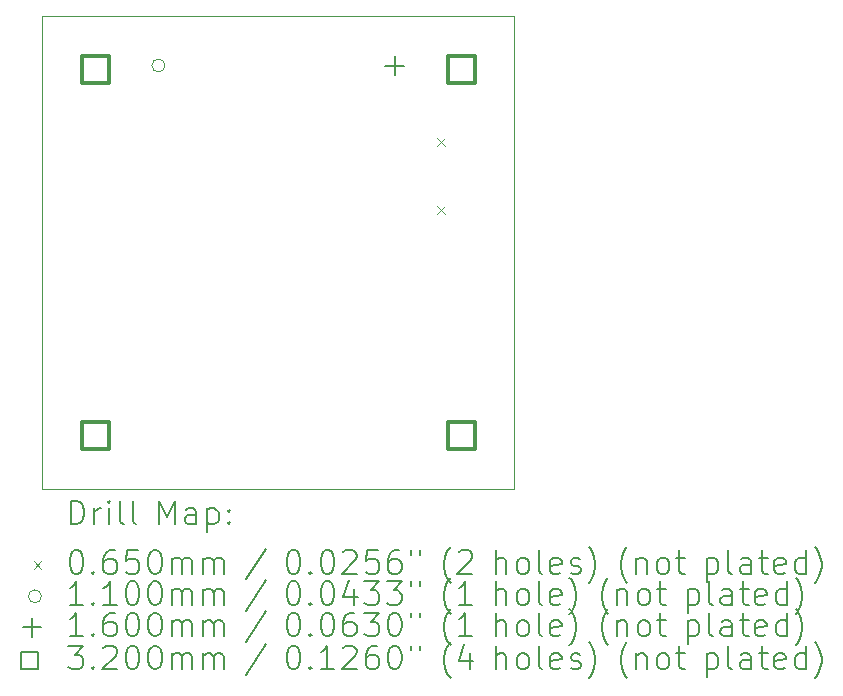
<source format=gbr>
%TF.GenerationSoftware,KiCad,Pcbnew,(7.0.0)*%
%TF.CreationDate,2023-07-15T19:37:41+02:00*%
%TF.ProjectId,Leistungsteil,4c656973-7475-46e6-9773-7465696c2e6b,rev?*%
%TF.SameCoordinates,Original*%
%TF.FileFunction,Drillmap*%
%TF.FilePolarity,Positive*%
%FSLAX45Y45*%
G04 Gerber Fmt 4.5, Leading zero omitted, Abs format (unit mm)*
G04 Created by KiCad (PCBNEW (7.0.0)) date 2023-07-15 19:37:41*
%MOMM*%
%LPD*%
G01*
G04 APERTURE LIST*
%ADD10C,0.100000*%
%ADD11C,0.200000*%
%ADD12C,0.065000*%
%ADD13C,0.110000*%
%ADD14C,0.160000*%
%ADD15C,0.320000*%
G04 APERTURE END LIST*
D10*
X17000000Y-9000000D02*
X21000000Y-9000000D01*
X21000000Y-9000000D02*
X21000000Y-13000000D01*
X21000000Y-13000000D02*
X17000000Y-13000000D01*
X17000000Y-13000000D02*
X17000000Y-9000000D01*
D11*
D12*
X20347500Y-10029500D02*
X20412500Y-10094500D01*
X20412500Y-10029500D02*
X20347500Y-10094500D01*
X20347500Y-10607500D02*
X20412500Y-10672500D01*
X20412500Y-10607500D02*
X20347500Y-10672500D01*
D13*
X18040000Y-9415000D02*
G75*
G03*
X18040000Y-9415000I-55000J0D01*
G01*
D14*
X19985000Y-9335000D02*
X19985000Y-9495000D01*
X19905000Y-9415000D02*
X20065000Y-9415000D01*
D15*
X17563138Y-9563138D02*
X17563138Y-9336862D01*
X17336862Y-9336862D01*
X17336862Y-9563138D01*
X17563138Y-9563138D01*
X17563138Y-12663138D02*
X17563138Y-12436862D01*
X17336862Y-12436862D01*
X17336862Y-12663138D01*
X17563138Y-12663138D01*
X20663138Y-9563138D02*
X20663138Y-9336862D01*
X20436862Y-9336862D01*
X20436862Y-9563138D01*
X20663138Y-9563138D01*
X20663138Y-12663138D02*
X20663138Y-12436862D01*
X20436862Y-12436862D01*
X20436862Y-12663138D01*
X20663138Y-12663138D01*
D11*
X17242619Y-13298476D02*
X17242619Y-13098476D01*
X17242619Y-13098476D02*
X17290238Y-13098476D01*
X17290238Y-13098476D02*
X17318810Y-13108000D01*
X17318810Y-13108000D02*
X17337857Y-13127048D01*
X17337857Y-13127048D02*
X17347381Y-13146095D01*
X17347381Y-13146095D02*
X17356905Y-13184190D01*
X17356905Y-13184190D02*
X17356905Y-13212762D01*
X17356905Y-13212762D02*
X17347381Y-13250857D01*
X17347381Y-13250857D02*
X17337857Y-13269905D01*
X17337857Y-13269905D02*
X17318810Y-13288952D01*
X17318810Y-13288952D02*
X17290238Y-13298476D01*
X17290238Y-13298476D02*
X17242619Y-13298476D01*
X17442619Y-13298476D02*
X17442619Y-13165143D01*
X17442619Y-13203238D02*
X17452143Y-13184190D01*
X17452143Y-13184190D02*
X17461667Y-13174667D01*
X17461667Y-13174667D02*
X17480714Y-13165143D01*
X17480714Y-13165143D02*
X17499762Y-13165143D01*
X17566429Y-13298476D02*
X17566429Y-13165143D01*
X17566429Y-13098476D02*
X17556905Y-13108000D01*
X17556905Y-13108000D02*
X17566429Y-13117524D01*
X17566429Y-13117524D02*
X17575952Y-13108000D01*
X17575952Y-13108000D02*
X17566429Y-13098476D01*
X17566429Y-13098476D02*
X17566429Y-13117524D01*
X17690238Y-13298476D02*
X17671190Y-13288952D01*
X17671190Y-13288952D02*
X17661667Y-13269905D01*
X17661667Y-13269905D02*
X17661667Y-13098476D01*
X17795000Y-13298476D02*
X17775952Y-13288952D01*
X17775952Y-13288952D02*
X17766429Y-13269905D01*
X17766429Y-13269905D02*
X17766429Y-13098476D01*
X17991190Y-13298476D02*
X17991190Y-13098476D01*
X17991190Y-13098476D02*
X18057857Y-13241333D01*
X18057857Y-13241333D02*
X18124524Y-13098476D01*
X18124524Y-13098476D02*
X18124524Y-13298476D01*
X18305476Y-13298476D02*
X18305476Y-13193714D01*
X18305476Y-13193714D02*
X18295952Y-13174667D01*
X18295952Y-13174667D02*
X18276905Y-13165143D01*
X18276905Y-13165143D02*
X18238809Y-13165143D01*
X18238809Y-13165143D02*
X18219762Y-13174667D01*
X18305476Y-13288952D02*
X18286429Y-13298476D01*
X18286429Y-13298476D02*
X18238809Y-13298476D01*
X18238809Y-13298476D02*
X18219762Y-13288952D01*
X18219762Y-13288952D02*
X18210238Y-13269905D01*
X18210238Y-13269905D02*
X18210238Y-13250857D01*
X18210238Y-13250857D02*
X18219762Y-13231809D01*
X18219762Y-13231809D02*
X18238809Y-13222286D01*
X18238809Y-13222286D02*
X18286429Y-13222286D01*
X18286429Y-13222286D02*
X18305476Y-13212762D01*
X18400714Y-13165143D02*
X18400714Y-13365143D01*
X18400714Y-13174667D02*
X18419762Y-13165143D01*
X18419762Y-13165143D02*
X18457857Y-13165143D01*
X18457857Y-13165143D02*
X18476905Y-13174667D01*
X18476905Y-13174667D02*
X18486429Y-13184190D01*
X18486429Y-13184190D02*
X18495952Y-13203238D01*
X18495952Y-13203238D02*
X18495952Y-13260381D01*
X18495952Y-13260381D02*
X18486429Y-13279428D01*
X18486429Y-13279428D02*
X18476905Y-13288952D01*
X18476905Y-13288952D02*
X18457857Y-13298476D01*
X18457857Y-13298476D02*
X18419762Y-13298476D01*
X18419762Y-13298476D02*
X18400714Y-13288952D01*
X18581667Y-13279428D02*
X18591190Y-13288952D01*
X18591190Y-13288952D02*
X18581667Y-13298476D01*
X18581667Y-13298476D02*
X18572143Y-13288952D01*
X18572143Y-13288952D02*
X18581667Y-13279428D01*
X18581667Y-13279428D02*
X18581667Y-13298476D01*
X18581667Y-13174667D02*
X18591190Y-13184190D01*
X18591190Y-13184190D02*
X18581667Y-13193714D01*
X18581667Y-13193714D02*
X18572143Y-13184190D01*
X18572143Y-13184190D02*
X18581667Y-13174667D01*
X18581667Y-13174667D02*
X18581667Y-13193714D01*
D12*
X16930000Y-13612500D02*
X16995000Y-13677500D01*
X16995000Y-13612500D02*
X16930000Y-13677500D01*
D11*
X17280714Y-13518476D02*
X17299762Y-13518476D01*
X17299762Y-13518476D02*
X17318810Y-13528000D01*
X17318810Y-13528000D02*
X17328333Y-13537524D01*
X17328333Y-13537524D02*
X17337857Y-13556571D01*
X17337857Y-13556571D02*
X17347381Y-13594667D01*
X17347381Y-13594667D02*
X17347381Y-13642286D01*
X17347381Y-13642286D02*
X17337857Y-13680381D01*
X17337857Y-13680381D02*
X17328333Y-13699428D01*
X17328333Y-13699428D02*
X17318810Y-13708952D01*
X17318810Y-13708952D02*
X17299762Y-13718476D01*
X17299762Y-13718476D02*
X17280714Y-13718476D01*
X17280714Y-13718476D02*
X17261667Y-13708952D01*
X17261667Y-13708952D02*
X17252143Y-13699428D01*
X17252143Y-13699428D02*
X17242619Y-13680381D01*
X17242619Y-13680381D02*
X17233095Y-13642286D01*
X17233095Y-13642286D02*
X17233095Y-13594667D01*
X17233095Y-13594667D02*
X17242619Y-13556571D01*
X17242619Y-13556571D02*
X17252143Y-13537524D01*
X17252143Y-13537524D02*
X17261667Y-13528000D01*
X17261667Y-13528000D02*
X17280714Y-13518476D01*
X17433095Y-13699428D02*
X17442619Y-13708952D01*
X17442619Y-13708952D02*
X17433095Y-13718476D01*
X17433095Y-13718476D02*
X17423571Y-13708952D01*
X17423571Y-13708952D02*
X17433095Y-13699428D01*
X17433095Y-13699428D02*
X17433095Y-13718476D01*
X17614048Y-13518476D02*
X17575952Y-13518476D01*
X17575952Y-13518476D02*
X17556905Y-13528000D01*
X17556905Y-13528000D02*
X17547381Y-13537524D01*
X17547381Y-13537524D02*
X17528333Y-13566095D01*
X17528333Y-13566095D02*
X17518810Y-13604190D01*
X17518810Y-13604190D02*
X17518810Y-13680381D01*
X17518810Y-13680381D02*
X17528333Y-13699428D01*
X17528333Y-13699428D02*
X17537857Y-13708952D01*
X17537857Y-13708952D02*
X17556905Y-13718476D01*
X17556905Y-13718476D02*
X17595000Y-13718476D01*
X17595000Y-13718476D02*
X17614048Y-13708952D01*
X17614048Y-13708952D02*
X17623571Y-13699428D01*
X17623571Y-13699428D02*
X17633095Y-13680381D01*
X17633095Y-13680381D02*
X17633095Y-13632762D01*
X17633095Y-13632762D02*
X17623571Y-13613714D01*
X17623571Y-13613714D02*
X17614048Y-13604190D01*
X17614048Y-13604190D02*
X17595000Y-13594667D01*
X17595000Y-13594667D02*
X17556905Y-13594667D01*
X17556905Y-13594667D02*
X17537857Y-13604190D01*
X17537857Y-13604190D02*
X17528333Y-13613714D01*
X17528333Y-13613714D02*
X17518810Y-13632762D01*
X17814048Y-13518476D02*
X17718810Y-13518476D01*
X17718810Y-13518476D02*
X17709286Y-13613714D01*
X17709286Y-13613714D02*
X17718810Y-13604190D01*
X17718810Y-13604190D02*
X17737857Y-13594667D01*
X17737857Y-13594667D02*
X17785476Y-13594667D01*
X17785476Y-13594667D02*
X17804524Y-13604190D01*
X17804524Y-13604190D02*
X17814048Y-13613714D01*
X17814048Y-13613714D02*
X17823571Y-13632762D01*
X17823571Y-13632762D02*
X17823571Y-13680381D01*
X17823571Y-13680381D02*
X17814048Y-13699428D01*
X17814048Y-13699428D02*
X17804524Y-13708952D01*
X17804524Y-13708952D02*
X17785476Y-13718476D01*
X17785476Y-13718476D02*
X17737857Y-13718476D01*
X17737857Y-13718476D02*
X17718810Y-13708952D01*
X17718810Y-13708952D02*
X17709286Y-13699428D01*
X17947381Y-13518476D02*
X17966429Y-13518476D01*
X17966429Y-13518476D02*
X17985476Y-13528000D01*
X17985476Y-13528000D02*
X17995000Y-13537524D01*
X17995000Y-13537524D02*
X18004524Y-13556571D01*
X18004524Y-13556571D02*
X18014048Y-13594667D01*
X18014048Y-13594667D02*
X18014048Y-13642286D01*
X18014048Y-13642286D02*
X18004524Y-13680381D01*
X18004524Y-13680381D02*
X17995000Y-13699428D01*
X17995000Y-13699428D02*
X17985476Y-13708952D01*
X17985476Y-13708952D02*
X17966429Y-13718476D01*
X17966429Y-13718476D02*
X17947381Y-13718476D01*
X17947381Y-13718476D02*
X17928333Y-13708952D01*
X17928333Y-13708952D02*
X17918810Y-13699428D01*
X17918810Y-13699428D02*
X17909286Y-13680381D01*
X17909286Y-13680381D02*
X17899762Y-13642286D01*
X17899762Y-13642286D02*
X17899762Y-13594667D01*
X17899762Y-13594667D02*
X17909286Y-13556571D01*
X17909286Y-13556571D02*
X17918810Y-13537524D01*
X17918810Y-13537524D02*
X17928333Y-13528000D01*
X17928333Y-13528000D02*
X17947381Y-13518476D01*
X18099762Y-13718476D02*
X18099762Y-13585143D01*
X18099762Y-13604190D02*
X18109286Y-13594667D01*
X18109286Y-13594667D02*
X18128333Y-13585143D01*
X18128333Y-13585143D02*
X18156905Y-13585143D01*
X18156905Y-13585143D02*
X18175952Y-13594667D01*
X18175952Y-13594667D02*
X18185476Y-13613714D01*
X18185476Y-13613714D02*
X18185476Y-13718476D01*
X18185476Y-13613714D02*
X18195000Y-13594667D01*
X18195000Y-13594667D02*
X18214048Y-13585143D01*
X18214048Y-13585143D02*
X18242619Y-13585143D01*
X18242619Y-13585143D02*
X18261667Y-13594667D01*
X18261667Y-13594667D02*
X18271191Y-13613714D01*
X18271191Y-13613714D02*
X18271191Y-13718476D01*
X18366429Y-13718476D02*
X18366429Y-13585143D01*
X18366429Y-13604190D02*
X18375952Y-13594667D01*
X18375952Y-13594667D02*
X18395000Y-13585143D01*
X18395000Y-13585143D02*
X18423572Y-13585143D01*
X18423572Y-13585143D02*
X18442619Y-13594667D01*
X18442619Y-13594667D02*
X18452143Y-13613714D01*
X18452143Y-13613714D02*
X18452143Y-13718476D01*
X18452143Y-13613714D02*
X18461667Y-13594667D01*
X18461667Y-13594667D02*
X18480714Y-13585143D01*
X18480714Y-13585143D02*
X18509286Y-13585143D01*
X18509286Y-13585143D02*
X18528333Y-13594667D01*
X18528333Y-13594667D02*
X18537857Y-13613714D01*
X18537857Y-13613714D02*
X18537857Y-13718476D01*
X18895952Y-13508952D02*
X18724524Y-13766095D01*
X19120714Y-13518476D02*
X19139762Y-13518476D01*
X19139762Y-13518476D02*
X19158810Y-13528000D01*
X19158810Y-13528000D02*
X19168333Y-13537524D01*
X19168333Y-13537524D02*
X19177857Y-13556571D01*
X19177857Y-13556571D02*
X19187381Y-13594667D01*
X19187381Y-13594667D02*
X19187381Y-13642286D01*
X19187381Y-13642286D02*
X19177857Y-13680381D01*
X19177857Y-13680381D02*
X19168333Y-13699428D01*
X19168333Y-13699428D02*
X19158810Y-13708952D01*
X19158810Y-13708952D02*
X19139762Y-13718476D01*
X19139762Y-13718476D02*
X19120714Y-13718476D01*
X19120714Y-13718476D02*
X19101667Y-13708952D01*
X19101667Y-13708952D02*
X19092143Y-13699428D01*
X19092143Y-13699428D02*
X19082619Y-13680381D01*
X19082619Y-13680381D02*
X19073095Y-13642286D01*
X19073095Y-13642286D02*
X19073095Y-13594667D01*
X19073095Y-13594667D02*
X19082619Y-13556571D01*
X19082619Y-13556571D02*
X19092143Y-13537524D01*
X19092143Y-13537524D02*
X19101667Y-13528000D01*
X19101667Y-13528000D02*
X19120714Y-13518476D01*
X19273095Y-13699428D02*
X19282619Y-13708952D01*
X19282619Y-13708952D02*
X19273095Y-13718476D01*
X19273095Y-13718476D02*
X19263572Y-13708952D01*
X19263572Y-13708952D02*
X19273095Y-13699428D01*
X19273095Y-13699428D02*
X19273095Y-13718476D01*
X19406429Y-13518476D02*
X19425476Y-13518476D01*
X19425476Y-13518476D02*
X19444524Y-13528000D01*
X19444524Y-13528000D02*
X19454048Y-13537524D01*
X19454048Y-13537524D02*
X19463572Y-13556571D01*
X19463572Y-13556571D02*
X19473095Y-13594667D01*
X19473095Y-13594667D02*
X19473095Y-13642286D01*
X19473095Y-13642286D02*
X19463572Y-13680381D01*
X19463572Y-13680381D02*
X19454048Y-13699428D01*
X19454048Y-13699428D02*
X19444524Y-13708952D01*
X19444524Y-13708952D02*
X19425476Y-13718476D01*
X19425476Y-13718476D02*
X19406429Y-13718476D01*
X19406429Y-13718476D02*
X19387381Y-13708952D01*
X19387381Y-13708952D02*
X19377857Y-13699428D01*
X19377857Y-13699428D02*
X19368333Y-13680381D01*
X19368333Y-13680381D02*
X19358810Y-13642286D01*
X19358810Y-13642286D02*
X19358810Y-13594667D01*
X19358810Y-13594667D02*
X19368333Y-13556571D01*
X19368333Y-13556571D02*
X19377857Y-13537524D01*
X19377857Y-13537524D02*
X19387381Y-13528000D01*
X19387381Y-13528000D02*
X19406429Y-13518476D01*
X19549286Y-13537524D02*
X19558810Y-13528000D01*
X19558810Y-13528000D02*
X19577857Y-13518476D01*
X19577857Y-13518476D02*
X19625476Y-13518476D01*
X19625476Y-13518476D02*
X19644524Y-13528000D01*
X19644524Y-13528000D02*
X19654048Y-13537524D01*
X19654048Y-13537524D02*
X19663572Y-13556571D01*
X19663572Y-13556571D02*
X19663572Y-13575619D01*
X19663572Y-13575619D02*
X19654048Y-13604190D01*
X19654048Y-13604190D02*
X19539762Y-13718476D01*
X19539762Y-13718476D02*
X19663572Y-13718476D01*
X19844524Y-13518476D02*
X19749286Y-13518476D01*
X19749286Y-13518476D02*
X19739762Y-13613714D01*
X19739762Y-13613714D02*
X19749286Y-13604190D01*
X19749286Y-13604190D02*
X19768333Y-13594667D01*
X19768333Y-13594667D02*
X19815953Y-13594667D01*
X19815953Y-13594667D02*
X19835000Y-13604190D01*
X19835000Y-13604190D02*
X19844524Y-13613714D01*
X19844524Y-13613714D02*
X19854048Y-13632762D01*
X19854048Y-13632762D02*
X19854048Y-13680381D01*
X19854048Y-13680381D02*
X19844524Y-13699428D01*
X19844524Y-13699428D02*
X19835000Y-13708952D01*
X19835000Y-13708952D02*
X19815953Y-13718476D01*
X19815953Y-13718476D02*
X19768333Y-13718476D01*
X19768333Y-13718476D02*
X19749286Y-13708952D01*
X19749286Y-13708952D02*
X19739762Y-13699428D01*
X20025476Y-13518476D02*
X19987381Y-13518476D01*
X19987381Y-13518476D02*
X19968333Y-13528000D01*
X19968333Y-13528000D02*
X19958810Y-13537524D01*
X19958810Y-13537524D02*
X19939762Y-13566095D01*
X19939762Y-13566095D02*
X19930238Y-13604190D01*
X19930238Y-13604190D02*
X19930238Y-13680381D01*
X19930238Y-13680381D02*
X19939762Y-13699428D01*
X19939762Y-13699428D02*
X19949286Y-13708952D01*
X19949286Y-13708952D02*
X19968333Y-13718476D01*
X19968333Y-13718476D02*
X20006429Y-13718476D01*
X20006429Y-13718476D02*
X20025476Y-13708952D01*
X20025476Y-13708952D02*
X20035000Y-13699428D01*
X20035000Y-13699428D02*
X20044524Y-13680381D01*
X20044524Y-13680381D02*
X20044524Y-13632762D01*
X20044524Y-13632762D02*
X20035000Y-13613714D01*
X20035000Y-13613714D02*
X20025476Y-13604190D01*
X20025476Y-13604190D02*
X20006429Y-13594667D01*
X20006429Y-13594667D02*
X19968333Y-13594667D01*
X19968333Y-13594667D02*
X19949286Y-13604190D01*
X19949286Y-13604190D02*
X19939762Y-13613714D01*
X19939762Y-13613714D02*
X19930238Y-13632762D01*
X20120714Y-13518476D02*
X20120714Y-13556571D01*
X20196905Y-13518476D02*
X20196905Y-13556571D01*
X20459762Y-13794667D02*
X20450238Y-13785143D01*
X20450238Y-13785143D02*
X20431191Y-13756571D01*
X20431191Y-13756571D02*
X20421667Y-13737524D01*
X20421667Y-13737524D02*
X20412143Y-13708952D01*
X20412143Y-13708952D02*
X20402619Y-13661333D01*
X20402619Y-13661333D02*
X20402619Y-13623238D01*
X20402619Y-13623238D02*
X20412143Y-13575619D01*
X20412143Y-13575619D02*
X20421667Y-13547048D01*
X20421667Y-13547048D02*
X20431191Y-13528000D01*
X20431191Y-13528000D02*
X20450238Y-13499428D01*
X20450238Y-13499428D02*
X20459762Y-13489905D01*
X20526429Y-13537524D02*
X20535953Y-13528000D01*
X20535953Y-13528000D02*
X20555000Y-13518476D01*
X20555000Y-13518476D02*
X20602619Y-13518476D01*
X20602619Y-13518476D02*
X20621667Y-13528000D01*
X20621667Y-13528000D02*
X20631191Y-13537524D01*
X20631191Y-13537524D02*
X20640714Y-13556571D01*
X20640714Y-13556571D02*
X20640714Y-13575619D01*
X20640714Y-13575619D02*
X20631191Y-13604190D01*
X20631191Y-13604190D02*
X20516905Y-13718476D01*
X20516905Y-13718476D02*
X20640714Y-13718476D01*
X20846429Y-13718476D02*
X20846429Y-13518476D01*
X20932143Y-13718476D02*
X20932143Y-13613714D01*
X20932143Y-13613714D02*
X20922619Y-13594667D01*
X20922619Y-13594667D02*
X20903572Y-13585143D01*
X20903572Y-13585143D02*
X20875000Y-13585143D01*
X20875000Y-13585143D02*
X20855953Y-13594667D01*
X20855953Y-13594667D02*
X20846429Y-13604190D01*
X21055953Y-13718476D02*
X21036905Y-13708952D01*
X21036905Y-13708952D02*
X21027381Y-13699428D01*
X21027381Y-13699428D02*
X21017857Y-13680381D01*
X21017857Y-13680381D02*
X21017857Y-13623238D01*
X21017857Y-13623238D02*
X21027381Y-13604190D01*
X21027381Y-13604190D02*
X21036905Y-13594667D01*
X21036905Y-13594667D02*
X21055953Y-13585143D01*
X21055953Y-13585143D02*
X21084524Y-13585143D01*
X21084524Y-13585143D02*
X21103572Y-13594667D01*
X21103572Y-13594667D02*
X21113095Y-13604190D01*
X21113095Y-13604190D02*
X21122619Y-13623238D01*
X21122619Y-13623238D02*
X21122619Y-13680381D01*
X21122619Y-13680381D02*
X21113095Y-13699428D01*
X21113095Y-13699428D02*
X21103572Y-13708952D01*
X21103572Y-13708952D02*
X21084524Y-13718476D01*
X21084524Y-13718476D02*
X21055953Y-13718476D01*
X21236905Y-13718476D02*
X21217857Y-13708952D01*
X21217857Y-13708952D02*
X21208334Y-13689905D01*
X21208334Y-13689905D02*
X21208334Y-13518476D01*
X21389286Y-13708952D02*
X21370238Y-13718476D01*
X21370238Y-13718476D02*
X21332143Y-13718476D01*
X21332143Y-13718476D02*
X21313095Y-13708952D01*
X21313095Y-13708952D02*
X21303572Y-13689905D01*
X21303572Y-13689905D02*
X21303572Y-13613714D01*
X21303572Y-13613714D02*
X21313095Y-13594667D01*
X21313095Y-13594667D02*
X21332143Y-13585143D01*
X21332143Y-13585143D02*
X21370238Y-13585143D01*
X21370238Y-13585143D02*
X21389286Y-13594667D01*
X21389286Y-13594667D02*
X21398810Y-13613714D01*
X21398810Y-13613714D02*
X21398810Y-13632762D01*
X21398810Y-13632762D02*
X21303572Y-13651809D01*
X21475000Y-13708952D02*
X21494048Y-13718476D01*
X21494048Y-13718476D02*
X21532143Y-13718476D01*
X21532143Y-13718476D02*
X21551191Y-13708952D01*
X21551191Y-13708952D02*
X21560715Y-13689905D01*
X21560715Y-13689905D02*
X21560715Y-13680381D01*
X21560715Y-13680381D02*
X21551191Y-13661333D01*
X21551191Y-13661333D02*
X21532143Y-13651809D01*
X21532143Y-13651809D02*
X21503572Y-13651809D01*
X21503572Y-13651809D02*
X21484524Y-13642286D01*
X21484524Y-13642286D02*
X21475000Y-13623238D01*
X21475000Y-13623238D02*
X21475000Y-13613714D01*
X21475000Y-13613714D02*
X21484524Y-13594667D01*
X21484524Y-13594667D02*
X21503572Y-13585143D01*
X21503572Y-13585143D02*
X21532143Y-13585143D01*
X21532143Y-13585143D02*
X21551191Y-13594667D01*
X21627381Y-13794667D02*
X21636905Y-13785143D01*
X21636905Y-13785143D02*
X21655953Y-13756571D01*
X21655953Y-13756571D02*
X21665476Y-13737524D01*
X21665476Y-13737524D02*
X21675000Y-13708952D01*
X21675000Y-13708952D02*
X21684524Y-13661333D01*
X21684524Y-13661333D02*
X21684524Y-13623238D01*
X21684524Y-13623238D02*
X21675000Y-13575619D01*
X21675000Y-13575619D02*
X21665476Y-13547048D01*
X21665476Y-13547048D02*
X21655953Y-13528000D01*
X21655953Y-13528000D02*
X21636905Y-13499428D01*
X21636905Y-13499428D02*
X21627381Y-13489905D01*
X21956905Y-13794667D02*
X21947381Y-13785143D01*
X21947381Y-13785143D02*
X21928334Y-13756571D01*
X21928334Y-13756571D02*
X21918810Y-13737524D01*
X21918810Y-13737524D02*
X21909286Y-13708952D01*
X21909286Y-13708952D02*
X21899762Y-13661333D01*
X21899762Y-13661333D02*
X21899762Y-13623238D01*
X21899762Y-13623238D02*
X21909286Y-13575619D01*
X21909286Y-13575619D02*
X21918810Y-13547048D01*
X21918810Y-13547048D02*
X21928334Y-13528000D01*
X21928334Y-13528000D02*
X21947381Y-13499428D01*
X21947381Y-13499428D02*
X21956905Y-13489905D01*
X22033095Y-13585143D02*
X22033095Y-13718476D01*
X22033095Y-13604190D02*
X22042619Y-13594667D01*
X22042619Y-13594667D02*
X22061667Y-13585143D01*
X22061667Y-13585143D02*
X22090238Y-13585143D01*
X22090238Y-13585143D02*
X22109286Y-13594667D01*
X22109286Y-13594667D02*
X22118810Y-13613714D01*
X22118810Y-13613714D02*
X22118810Y-13718476D01*
X22242619Y-13718476D02*
X22223572Y-13708952D01*
X22223572Y-13708952D02*
X22214048Y-13699428D01*
X22214048Y-13699428D02*
X22204524Y-13680381D01*
X22204524Y-13680381D02*
X22204524Y-13623238D01*
X22204524Y-13623238D02*
X22214048Y-13604190D01*
X22214048Y-13604190D02*
X22223572Y-13594667D01*
X22223572Y-13594667D02*
X22242619Y-13585143D01*
X22242619Y-13585143D02*
X22271191Y-13585143D01*
X22271191Y-13585143D02*
X22290238Y-13594667D01*
X22290238Y-13594667D02*
X22299762Y-13604190D01*
X22299762Y-13604190D02*
X22309286Y-13623238D01*
X22309286Y-13623238D02*
X22309286Y-13680381D01*
X22309286Y-13680381D02*
X22299762Y-13699428D01*
X22299762Y-13699428D02*
X22290238Y-13708952D01*
X22290238Y-13708952D02*
X22271191Y-13718476D01*
X22271191Y-13718476D02*
X22242619Y-13718476D01*
X22366429Y-13585143D02*
X22442619Y-13585143D01*
X22395000Y-13518476D02*
X22395000Y-13689905D01*
X22395000Y-13689905D02*
X22404524Y-13708952D01*
X22404524Y-13708952D02*
X22423572Y-13718476D01*
X22423572Y-13718476D02*
X22442619Y-13718476D01*
X22629286Y-13585143D02*
X22629286Y-13785143D01*
X22629286Y-13594667D02*
X22648333Y-13585143D01*
X22648333Y-13585143D02*
X22686429Y-13585143D01*
X22686429Y-13585143D02*
X22705476Y-13594667D01*
X22705476Y-13594667D02*
X22715000Y-13604190D01*
X22715000Y-13604190D02*
X22724524Y-13623238D01*
X22724524Y-13623238D02*
X22724524Y-13680381D01*
X22724524Y-13680381D02*
X22715000Y-13699428D01*
X22715000Y-13699428D02*
X22705476Y-13708952D01*
X22705476Y-13708952D02*
X22686429Y-13718476D01*
X22686429Y-13718476D02*
X22648333Y-13718476D01*
X22648333Y-13718476D02*
X22629286Y-13708952D01*
X22838810Y-13718476D02*
X22819762Y-13708952D01*
X22819762Y-13708952D02*
X22810238Y-13689905D01*
X22810238Y-13689905D02*
X22810238Y-13518476D01*
X23000714Y-13718476D02*
X23000714Y-13613714D01*
X23000714Y-13613714D02*
X22991191Y-13594667D01*
X22991191Y-13594667D02*
X22972143Y-13585143D01*
X22972143Y-13585143D02*
X22934048Y-13585143D01*
X22934048Y-13585143D02*
X22915000Y-13594667D01*
X23000714Y-13708952D02*
X22981667Y-13718476D01*
X22981667Y-13718476D02*
X22934048Y-13718476D01*
X22934048Y-13718476D02*
X22915000Y-13708952D01*
X22915000Y-13708952D02*
X22905476Y-13689905D01*
X22905476Y-13689905D02*
X22905476Y-13670857D01*
X22905476Y-13670857D02*
X22915000Y-13651809D01*
X22915000Y-13651809D02*
X22934048Y-13642286D01*
X22934048Y-13642286D02*
X22981667Y-13642286D01*
X22981667Y-13642286D02*
X23000714Y-13632762D01*
X23067381Y-13585143D02*
X23143572Y-13585143D01*
X23095953Y-13518476D02*
X23095953Y-13689905D01*
X23095953Y-13689905D02*
X23105476Y-13708952D01*
X23105476Y-13708952D02*
X23124524Y-13718476D01*
X23124524Y-13718476D02*
X23143572Y-13718476D01*
X23286429Y-13708952D02*
X23267381Y-13718476D01*
X23267381Y-13718476D02*
X23229286Y-13718476D01*
X23229286Y-13718476D02*
X23210238Y-13708952D01*
X23210238Y-13708952D02*
X23200714Y-13689905D01*
X23200714Y-13689905D02*
X23200714Y-13613714D01*
X23200714Y-13613714D02*
X23210238Y-13594667D01*
X23210238Y-13594667D02*
X23229286Y-13585143D01*
X23229286Y-13585143D02*
X23267381Y-13585143D01*
X23267381Y-13585143D02*
X23286429Y-13594667D01*
X23286429Y-13594667D02*
X23295953Y-13613714D01*
X23295953Y-13613714D02*
X23295953Y-13632762D01*
X23295953Y-13632762D02*
X23200714Y-13651809D01*
X23467381Y-13718476D02*
X23467381Y-13518476D01*
X23467381Y-13708952D02*
X23448334Y-13718476D01*
X23448334Y-13718476D02*
X23410238Y-13718476D01*
X23410238Y-13718476D02*
X23391191Y-13708952D01*
X23391191Y-13708952D02*
X23381667Y-13699428D01*
X23381667Y-13699428D02*
X23372143Y-13680381D01*
X23372143Y-13680381D02*
X23372143Y-13623238D01*
X23372143Y-13623238D02*
X23381667Y-13604190D01*
X23381667Y-13604190D02*
X23391191Y-13594667D01*
X23391191Y-13594667D02*
X23410238Y-13585143D01*
X23410238Y-13585143D02*
X23448334Y-13585143D01*
X23448334Y-13585143D02*
X23467381Y-13594667D01*
X23543572Y-13794667D02*
X23553095Y-13785143D01*
X23553095Y-13785143D02*
X23572143Y-13756571D01*
X23572143Y-13756571D02*
X23581667Y-13737524D01*
X23581667Y-13737524D02*
X23591191Y-13708952D01*
X23591191Y-13708952D02*
X23600714Y-13661333D01*
X23600714Y-13661333D02*
X23600714Y-13623238D01*
X23600714Y-13623238D02*
X23591191Y-13575619D01*
X23591191Y-13575619D02*
X23581667Y-13547048D01*
X23581667Y-13547048D02*
X23572143Y-13528000D01*
X23572143Y-13528000D02*
X23553095Y-13499428D01*
X23553095Y-13499428D02*
X23543572Y-13489905D01*
D13*
X16995000Y-13909000D02*
G75*
G03*
X16995000Y-13909000I-55000J0D01*
G01*
D11*
X17347381Y-13982476D02*
X17233095Y-13982476D01*
X17290238Y-13982476D02*
X17290238Y-13782476D01*
X17290238Y-13782476D02*
X17271190Y-13811048D01*
X17271190Y-13811048D02*
X17252143Y-13830095D01*
X17252143Y-13830095D02*
X17233095Y-13839619D01*
X17433095Y-13963428D02*
X17442619Y-13972952D01*
X17442619Y-13972952D02*
X17433095Y-13982476D01*
X17433095Y-13982476D02*
X17423571Y-13972952D01*
X17423571Y-13972952D02*
X17433095Y-13963428D01*
X17433095Y-13963428D02*
X17433095Y-13982476D01*
X17633095Y-13982476D02*
X17518810Y-13982476D01*
X17575952Y-13982476D02*
X17575952Y-13782476D01*
X17575952Y-13782476D02*
X17556905Y-13811048D01*
X17556905Y-13811048D02*
X17537857Y-13830095D01*
X17537857Y-13830095D02*
X17518810Y-13839619D01*
X17756905Y-13782476D02*
X17775952Y-13782476D01*
X17775952Y-13782476D02*
X17795000Y-13792000D01*
X17795000Y-13792000D02*
X17804524Y-13801524D01*
X17804524Y-13801524D02*
X17814048Y-13820571D01*
X17814048Y-13820571D02*
X17823571Y-13858667D01*
X17823571Y-13858667D02*
X17823571Y-13906286D01*
X17823571Y-13906286D02*
X17814048Y-13944381D01*
X17814048Y-13944381D02*
X17804524Y-13963428D01*
X17804524Y-13963428D02*
X17795000Y-13972952D01*
X17795000Y-13972952D02*
X17775952Y-13982476D01*
X17775952Y-13982476D02*
X17756905Y-13982476D01*
X17756905Y-13982476D02*
X17737857Y-13972952D01*
X17737857Y-13972952D02*
X17728333Y-13963428D01*
X17728333Y-13963428D02*
X17718810Y-13944381D01*
X17718810Y-13944381D02*
X17709286Y-13906286D01*
X17709286Y-13906286D02*
X17709286Y-13858667D01*
X17709286Y-13858667D02*
X17718810Y-13820571D01*
X17718810Y-13820571D02*
X17728333Y-13801524D01*
X17728333Y-13801524D02*
X17737857Y-13792000D01*
X17737857Y-13792000D02*
X17756905Y-13782476D01*
X17947381Y-13782476D02*
X17966429Y-13782476D01*
X17966429Y-13782476D02*
X17985476Y-13792000D01*
X17985476Y-13792000D02*
X17995000Y-13801524D01*
X17995000Y-13801524D02*
X18004524Y-13820571D01*
X18004524Y-13820571D02*
X18014048Y-13858667D01*
X18014048Y-13858667D02*
X18014048Y-13906286D01*
X18014048Y-13906286D02*
X18004524Y-13944381D01*
X18004524Y-13944381D02*
X17995000Y-13963428D01*
X17995000Y-13963428D02*
X17985476Y-13972952D01*
X17985476Y-13972952D02*
X17966429Y-13982476D01*
X17966429Y-13982476D02*
X17947381Y-13982476D01*
X17947381Y-13982476D02*
X17928333Y-13972952D01*
X17928333Y-13972952D02*
X17918810Y-13963428D01*
X17918810Y-13963428D02*
X17909286Y-13944381D01*
X17909286Y-13944381D02*
X17899762Y-13906286D01*
X17899762Y-13906286D02*
X17899762Y-13858667D01*
X17899762Y-13858667D02*
X17909286Y-13820571D01*
X17909286Y-13820571D02*
X17918810Y-13801524D01*
X17918810Y-13801524D02*
X17928333Y-13792000D01*
X17928333Y-13792000D02*
X17947381Y-13782476D01*
X18099762Y-13982476D02*
X18099762Y-13849143D01*
X18099762Y-13868190D02*
X18109286Y-13858667D01*
X18109286Y-13858667D02*
X18128333Y-13849143D01*
X18128333Y-13849143D02*
X18156905Y-13849143D01*
X18156905Y-13849143D02*
X18175952Y-13858667D01*
X18175952Y-13858667D02*
X18185476Y-13877714D01*
X18185476Y-13877714D02*
X18185476Y-13982476D01*
X18185476Y-13877714D02*
X18195000Y-13858667D01*
X18195000Y-13858667D02*
X18214048Y-13849143D01*
X18214048Y-13849143D02*
X18242619Y-13849143D01*
X18242619Y-13849143D02*
X18261667Y-13858667D01*
X18261667Y-13858667D02*
X18271191Y-13877714D01*
X18271191Y-13877714D02*
X18271191Y-13982476D01*
X18366429Y-13982476D02*
X18366429Y-13849143D01*
X18366429Y-13868190D02*
X18375952Y-13858667D01*
X18375952Y-13858667D02*
X18395000Y-13849143D01*
X18395000Y-13849143D02*
X18423572Y-13849143D01*
X18423572Y-13849143D02*
X18442619Y-13858667D01*
X18442619Y-13858667D02*
X18452143Y-13877714D01*
X18452143Y-13877714D02*
X18452143Y-13982476D01*
X18452143Y-13877714D02*
X18461667Y-13858667D01*
X18461667Y-13858667D02*
X18480714Y-13849143D01*
X18480714Y-13849143D02*
X18509286Y-13849143D01*
X18509286Y-13849143D02*
X18528333Y-13858667D01*
X18528333Y-13858667D02*
X18537857Y-13877714D01*
X18537857Y-13877714D02*
X18537857Y-13982476D01*
X18895952Y-13772952D02*
X18724524Y-14030095D01*
X19120714Y-13782476D02*
X19139762Y-13782476D01*
X19139762Y-13782476D02*
X19158810Y-13792000D01*
X19158810Y-13792000D02*
X19168333Y-13801524D01*
X19168333Y-13801524D02*
X19177857Y-13820571D01*
X19177857Y-13820571D02*
X19187381Y-13858667D01*
X19187381Y-13858667D02*
X19187381Y-13906286D01*
X19187381Y-13906286D02*
X19177857Y-13944381D01*
X19177857Y-13944381D02*
X19168333Y-13963428D01*
X19168333Y-13963428D02*
X19158810Y-13972952D01*
X19158810Y-13972952D02*
X19139762Y-13982476D01*
X19139762Y-13982476D02*
X19120714Y-13982476D01*
X19120714Y-13982476D02*
X19101667Y-13972952D01*
X19101667Y-13972952D02*
X19092143Y-13963428D01*
X19092143Y-13963428D02*
X19082619Y-13944381D01*
X19082619Y-13944381D02*
X19073095Y-13906286D01*
X19073095Y-13906286D02*
X19073095Y-13858667D01*
X19073095Y-13858667D02*
X19082619Y-13820571D01*
X19082619Y-13820571D02*
X19092143Y-13801524D01*
X19092143Y-13801524D02*
X19101667Y-13792000D01*
X19101667Y-13792000D02*
X19120714Y-13782476D01*
X19273095Y-13963428D02*
X19282619Y-13972952D01*
X19282619Y-13972952D02*
X19273095Y-13982476D01*
X19273095Y-13982476D02*
X19263572Y-13972952D01*
X19263572Y-13972952D02*
X19273095Y-13963428D01*
X19273095Y-13963428D02*
X19273095Y-13982476D01*
X19406429Y-13782476D02*
X19425476Y-13782476D01*
X19425476Y-13782476D02*
X19444524Y-13792000D01*
X19444524Y-13792000D02*
X19454048Y-13801524D01*
X19454048Y-13801524D02*
X19463572Y-13820571D01*
X19463572Y-13820571D02*
X19473095Y-13858667D01*
X19473095Y-13858667D02*
X19473095Y-13906286D01*
X19473095Y-13906286D02*
X19463572Y-13944381D01*
X19463572Y-13944381D02*
X19454048Y-13963428D01*
X19454048Y-13963428D02*
X19444524Y-13972952D01*
X19444524Y-13972952D02*
X19425476Y-13982476D01*
X19425476Y-13982476D02*
X19406429Y-13982476D01*
X19406429Y-13982476D02*
X19387381Y-13972952D01*
X19387381Y-13972952D02*
X19377857Y-13963428D01*
X19377857Y-13963428D02*
X19368333Y-13944381D01*
X19368333Y-13944381D02*
X19358810Y-13906286D01*
X19358810Y-13906286D02*
X19358810Y-13858667D01*
X19358810Y-13858667D02*
X19368333Y-13820571D01*
X19368333Y-13820571D02*
X19377857Y-13801524D01*
X19377857Y-13801524D02*
X19387381Y-13792000D01*
X19387381Y-13792000D02*
X19406429Y-13782476D01*
X19644524Y-13849143D02*
X19644524Y-13982476D01*
X19596905Y-13772952D02*
X19549286Y-13915809D01*
X19549286Y-13915809D02*
X19673095Y-13915809D01*
X19730238Y-13782476D02*
X19854048Y-13782476D01*
X19854048Y-13782476D02*
X19787381Y-13858667D01*
X19787381Y-13858667D02*
X19815953Y-13858667D01*
X19815953Y-13858667D02*
X19835000Y-13868190D01*
X19835000Y-13868190D02*
X19844524Y-13877714D01*
X19844524Y-13877714D02*
X19854048Y-13896762D01*
X19854048Y-13896762D02*
X19854048Y-13944381D01*
X19854048Y-13944381D02*
X19844524Y-13963428D01*
X19844524Y-13963428D02*
X19835000Y-13972952D01*
X19835000Y-13972952D02*
X19815953Y-13982476D01*
X19815953Y-13982476D02*
X19758810Y-13982476D01*
X19758810Y-13982476D02*
X19739762Y-13972952D01*
X19739762Y-13972952D02*
X19730238Y-13963428D01*
X19920714Y-13782476D02*
X20044524Y-13782476D01*
X20044524Y-13782476D02*
X19977857Y-13858667D01*
X19977857Y-13858667D02*
X20006429Y-13858667D01*
X20006429Y-13858667D02*
X20025476Y-13868190D01*
X20025476Y-13868190D02*
X20035000Y-13877714D01*
X20035000Y-13877714D02*
X20044524Y-13896762D01*
X20044524Y-13896762D02*
X20044524Y-13944381D01*
X20044524Y-13944381D02*
X20035000Y-13963428D01*
X20035000Y-13963428D02*
X20025476Y-13972952D01*
X20025476Y-13972952D02*
X20006429Y-13982476D01*
X20006429Y-13982476D02*
X19949286Y-13982476D01*
X19949286Y-13982476D02*
X19930238Y-13972952D01*
X19930238Y-13972952D02*
X19920714Y-13963428D01*
X20120714Y-13782476D02*
X20120714Y-13820571D01*
X20196905Y-13782476D02*
X20196905Y-13820571D01*
X20459762Y-14058667D02*
X20450238Y-14049143D01*
X20450238Y-14049143D02*
X20431191Y-14020571D01*
X20431191Y-14020571D02*
X20421667Y-14001524D01*
X20421667Y-14001524D02*
X20412143Y-13972952D01*
X20412143Y-13972952D02*
X20402619Y-13925333D01*
X20402619Y-13925333D02*
X20402619Y-13887238D01*
X20402619Y-13887238D02*
X20412143Y-13839619D01*
X20412143Y-13839619D02*
X20421667Y-13811048D01*
X20421667Y-13811048D02*
X20431191Y-13792000D01*
X20431191Y-13792000D02*
X20450238Y-13763428D01*
X20450238Y-13763428D02*
X20459762Y-13753905D01*
X20640714Y-13982476D02*
X20526429Y-13982476D01*
X20583572Y-13982476D02*
X20583572Y-13782476D01*
X20583572Y-13782476D02*
X20564524Y-13811048D01*
X20564524Y-13811048D02*
X20545476Y-13830095D01*
X20545476Y-13830095D02*
X20526429Y-13839619D01*
X20846429Y-13982476D02*
X20846429Y-13782476D01*
X20932143Y-13982476D02*
X20932143Y-13877714D01*
X20932143Y-13877714D02*
X20922619Y-13858667D01*
X20922619Y-13858667D02*
X20903572Y-13849143D01*
X20903572Y-13849143D02*
X20875000Y-13849143D01*
X20875000Y-13849143D02*
X20855953Y-13858667D01*
X20855953Y-13858667D02*
X20846429Y-13868190D01*
X21055953Y-13982476D02*
X21036905Y-13972952D01*
X21036905Y-13972952D02*
X21027381Y-13963428D01*
X21027381Y-13963428D02*
X21017857Y-13944381D01*
X21017857Y-13944381D02*
X21017857Y-13887238D01*
X21017857Y-13887238D02*
X21027381Y-13868190D01*
X21027381Y-13868190D02*
X21036905Y-13858667D01*
X21036905Y-13858667D02*
X21055953Y-13849143D01*
X21055953Y-13849143D02*
X21084524Y-13849143D01*
X21084524Y-13849143D02*
X21103572Y-13858667D01*
X21103572Y-13858667D02*
X21113095Y-13868190D01*
X21113095Y-13868190D02*
X21122619Y-13887238D01*
X21122619Y-13887238D02*
X21122619Y-13944381D01*
X21122619Y-13944381D02*
X21113095Y-13963428D01*
X21113095Y-13963428D02*
X21103572Y-13972952D01*
X21103572Y-13972952D02*
X21084524Y-13982476D01*
X21084524Y-13982476D02*
X21055953Y-13982476D01*
X21236905Y-13982476D02*
X21217857Y-13972952D01*
X21217857Y-13972952D02*
X21208334Y-13953905D01*
X21208334Y-13953905D02*
X21208334Y-13782476D01*
X21389286Y-13972952D02*
X21370238Y-13982476D01*
X21370238Y-13982476D02*
X21332143Y-13982476D01*
X21332143Y-13982476D02*
X21313095Y-13972952D01*
X21313095Y-13972952D02*
X21303572Y-13953905D01*
X21303572Y-13953905D02*
X21303572Y-13877714D01*
X21303572Y-13877714D02*
X21313095Y-13858667D01*
X21313095Y-13858667D02*
X21332143Y-13849143D01*
X21332143Y-13849143D02*
X21370238Y-13849143D01*
X21370238Y-13849143D02*
X21389286Y-13858667D01*
X21389286Y-13858667D02*
X21398810Y-13877714D01*
X21398810Y-13877714D02*
X21398810Y-13896762D01*
X21398810Y-13896762D02*
X21303572Y-13915809D01*
X21465476Y-14058667D02*
X21475000Y-14049143D01*
X21475000Y-14049143D02*
X21494048Y-14020571D01*
X21494048Y-14020571D02*
X21503572Y-14001524D01*
X21503572Y-14001524D02*
X21513095Y-13972952D01*
X21513095Y-13972952D02*
X21522619Y-13925333D01*
X21522619Y-13925333D02*
X21522619Y-13887238D01*
X21522619Y-13887238D02*
X21513095Y-13839619D01*
X21513095Y-13839619D02*
X21503572Y-13811048D01*
X21503572Y-13811048D02*
X21494048Y-13792000D01*
X21494048Y-13792000D02*
X21475000Y-13763428D01*
X21475000Y-13763428D02*
X21465476Y-13753905D01*
X21795000Y-14058667D02*
X21785476Y-14049143D01*
X21785476Y-14049143D02*
X21766429Y-14020571D01*
X21766429Y-14020571D02*
X21756905Y-14001524D01*
X21756905Y-14001524D02*
X21747381Y-13972952D01*
X21747381Y-13972952D02*
X21737857Y-13925333D01*
X21737857Y-13925333D02*
X21737857Y-13887238D01*
X21737857Y-13887238D02*
X21747381Y-13839619D01*
X21747381Y-13839619D02*
X21756905Y-13811048D01*
X21756905Y-13811048D02*
X21766429Y-13792000D01*
X21766429Y-13792000D02*
X21785476Y-13763428D01*
X21785476Y-13763428D02*
X21795000Y-13753905D01*
X21871191Y-13849143D02*
X21871191Y-13982476D01*
X21871191Y-13868190D02*
X21880714Y-13858667D01*
X21880714Y-13858667D02*
X21899762Y-13849143D01*
X21899762Y-13849143D02*
X21928334Y-13849143D01*
X21928334Y-13849143D02*
X21947381Y-13858667D01*
X21947381Y-13858667D02*
X21956905Y-13877714D01*
X21956905Y-13877714D02*
X21956905Y-13982476D01*
X22080714Y-13982476D02*
X22061667Y-13972952D01*
X22061667Y-13972952D02*
X22052143Y-13963428D01*
X22052143Y-13963428D02*
X22042619Y-13944381D01*
X22042619Y-13944381D02*
X22042619Y-13887238D01*
X22042619Y-13887238D02*
X22052143Y-13868190D01*
X22052143Y-13868190D02*
X22061667Y-13858667D01*
X22061667Y-13858667D02*
X22080714Y-13849143D01*
X22080714Y-13849143D02*
X22109286Y-13849143D01*
X22109286Y-13849143D02*
X22128334Y-13858667D01*
X22128334Y-13858667D02*
X22137857Y-13868190D01*
X22137857Y-13868190D02*
X22147381Y-13887238D01*
X22147381Y-13887238D02*
X22147381Y-13944381D01*
X22147381Y-13944381D02*
X22137857Y-13963428D01*
X22137857Y-13963428D02*
X22128334Y-13972952D01*
X22128334Y-13972952D02*
X22109286Y-13982476D01*
X22109286Y-13982476D02*
X22080714Y-13982476D01*
X22204524Y-13849143D02*
X22280714Y-13849143D01*
X22233095Y-13782476D02*
X22233095Y-13953905D01*
X22233095Y-13953905D02*
X22242619Y-13972952D01*
X22242619Y-13972952D02*
X22261667Y-13982476D01*
X22261667Y-13982476D02*
X22280714Y-13982476D01*
X22467381Y-13849143D02*
X22467381Y-14049143D01*
X22467381Y-13858667D02*
X22486429Y-13849143D01*
X22486429Y-13849143D02*
X22524524Y-13849143D01*
X22524524Y-13849143D02*
X22543572Y-13858667D01*
X22543572Y-13858667D02*
X22553095Y-13868190D01*
X22553095Y-13868190D02*
X22562619Y-13887238D01*
X22562619Y-13887238D02*
X22562619Y-13944381D01*
X22562619Y-13944381D02*
X22553095Y-13963428D01*
X22553095Y-13963428D02*
X22543572Y-13972952D01*
X22543572Y-13972952D02*
X22524524Y-13982476D01*
X22524524Y-13982476D02*
X22486429Y-13982476D01*
X22486429Y-13982476D02*
X22467381Y-13972952D01*
X22676905Y-13982476D02*
X22657857Y-13972952D01*
X22657857Y-13972952D02*
X22648333Y-13953905D01*
X22648333Y-13953905D02*
X22648333Y-13782476D01*
X22838810Y-13982476D02*
X22838810Y-13877714D01*
X22838810Y-13877714D02*
X22829286Y-13858667D01*
X22829286Y-13858667D02*
X22810238Y-13849143D01*
X22810238Y-13849143D02*
X22772143Y-13849143D01*
X22772143Y-13849143D02*
X22753095Y-13858667D01*
X22838810Y-13972952D02*
X22819762Y-13982476D01*
X22819762Y-13982476D02*
X22772143Y-13982476D01*
X22772143Y-13982476D02*
X22753095Y-13972952D01*
X22753095Y-13972952D02*
X22743572Y-13953905D01*
X22743572Y-13953905D02*
X22743572Y-13934857D01*
X22743572Y-13934857D02*
X22753095Y-13915809D01*
X22753095Y-13915809D02*
X22772143Y-13906286D01*
X22772143Y-13906286D02*
X22819762Y-13906286D01*
X22819762Y-13906286D02*
X22838810Y-13896762D01*
X22905476Y-13849143D02*
X22981667Y-13849143D01*
X22934048Y-13782476D02*
X22934048Y-13953905D01*
X22934048Y-13953905D02*
X22943572Y-13972952D01*
X22943572Y-13972952D02*
X22962619Y-13982476D01*
X22962619Y-13982476D02*
X22981667Y-13982476D01*
X23124524Y-13972952D02*
X23105476Y-13982476D01*
X23105476Y-13982476D02*
X23067381Y-13982476D01*
X23067381Y-13982476D02*
X23048333Y-13972952D01*
X23048333Y-13972952D02*
X23038810Y-13953905D01*
X23038810Y-13953905D02*
X23038810Y-13877714D01*
X23038810Y-13877714D02*
X23048333Y-13858667D01*
X23048333Y-13858667D02*
X23067381Y-13849143D01*
X23067381Y-13849143D02*
X23105476Y-13849143D01*
X23105476Y-13849143D02*
X23124524Y-13858667D01*
X23124524Y-13858667D02*
X23134048Y-13877714D01*
X23134048Y-13877714D02*
X23134048Y-13896762D01*
X23134048Y-13896762D02*
X23038810Y-13915809D01*
X23305476Y-13982476D02*
X23305476Y-13782476D01*
X23305476Y-13972952D02*
X23286429Y-13982476D01*
X23286429Y-13982476D02*
X23248333Y-13982476D01*
X23248333Y-13982476D02*
X23229286Y-13972952D01*
X23229286Y-13972952D02*
X23219762Y-13963428D01*
X23219762Y-13963428D02*
X23210238Y-13944381D01*
X23210238Y-13944381D02*
X23210238Y-13887238D01*
X23210238Y-13887238D02*
X23219762Y-13868190D01*
X23219762Y-13868190D02*
X23229286Y-13858667D01*
X23229286Y-13858667D02*
X23248333Y-13849143D01*
X23248333Y-13849143D02*
X23286429Y-13849143D01*
X23286429Y-13849143D02*
X23305476Y-13858667D01*
X23381667Y-14058667D02*
X23391191Y-14049143D01*
X23391191Y-14049143D02*
X23410238Y-14020571D01*
X23410238Y-14020571D02*
X23419762Y-14001524D01*
X23419762Y-14001524D02*
X23429286Y-13972952D01*
X23429286Y-13972952D02*
X23438810Y-13925333D01*
X23438810Y-13925333D02*
X23438810Y-13887238D01*
X23438810Y-13887238D02*
X23429286Y-13839619D01*
X23429286Y-13839619D02*
X23419762Y-13811048D01*
X23419762Y-13811048D02*
X23410238Y-13792000D01*
X23410238Y-13792000D02*
X23391191Y-13763428D01*
X23391191Y-13763428D02*
X23381667Y-13753905D01*
D14*
X16915000Y-14093000D02*
X16915000Y-14253000D01*
X16835000Y-14173000D02*
X16995000Y-14173000D01*
D11*
X17347381Y-14246476D02*
X17233095Y-14246476D01*
X17290238Y-14246476D02*
X17290238Y-14046476D01*
X17290238Y-14046476D02*
X17271190Y-14075048D01*
X17271190Y-14075048D02*
X17252143Y-14094095D01*
X17252143Y-14094095D02*
X17233095Y-14103619D01*
X17433095Y-14227428D02*
X17442619Y-14236952D01*
X17442619Y-14236952D02*
X17433095Y-14246476D01*
X17433095Y-14246476D02*
X17423571Y-14236952D01*
X17423571Y-14236952D02*
X17433095Y-14227428D01*
X17433095Y-14227428D02*
X17433095Y-14246476D01*
X17614048Y-14046476D02*
X17575952Y-14046476D01*
X17575952Y-14046476D02*
X17556905Y-14056000D01*
X17556905Y-14056000D02*
X17547381Y-14065524D01*
X17547381Y-14065524D02*
X17528333Y-14094095D01*
X17528333Y-14094095D02*
X17518810Y-14132190D01*
X17518810Y-14132190D02*
X17518810Y-14208381D01*
X17518810Y-14208381D02*
X17528333Y-14227428D01*
X17528333Y-14227428D02*
X17537857Y-14236952D01*
X17537857Y-14236952D02*
X17556905Y-14246476D01*
X17556905Y-14246476D02*
X17595000Y-14246476D01*
X17595000Y-14246476D02*
X17614048Y-14236952D01*
X17614048Y-14236952D02*
X17623571Y-14227428D01*
X17623571Y-14227428D02*
X17633095Y-14208381D01*
X17633095Y-14208381D02*
X17633095Y-14160762D01*
X17633095Y-14160762D02*
X17623571Y-14141714D01*
X17623571Y-14141714D02*
X17614048Y-14132190D01*
X17614048Y-14132190D02*
X17595000Y-14122667D01*
X17595000Y-14122667D02*
X17556905Y-14122667D01*
X17556905Y-14122667D02*
X17537857Y-14132190D01*
X17537857Y-14132190D02*
X17528333Y-14141714D01*
X17528333Y-14141714D02*
X17518810Y-14160762D01*
X17756905Y-14046476D02*
X17775952Y-14046476D01*
X17775952Y-14046476D02*
X17795000Y-14056000D01*
X17795000Y-14056000D02*
X17804524Y-14065524D01*
X17804524Y-14065524D02*
X17814048Y-14084571D01*
X17814048Y-14084571D02*
X17823571Y-14122667D01*
X17823571Y-14122667D02*
X17823571Y-14170286D01*
X17823571Y-14170286D02*
X17814048Y-14208381D01*
X17814048Y-14208381D02*
X17804524Y-14227428D01*
X17804524Y-14227428D02*
X17795000Y-14236952D01*
X17795000Y-14236952D02*
X17775952Y-14246476D01*
X17775952Y-14246476D02*
X17756905Y-14246476D01*
X17756905Y-14246476D02*
X17737857Y-14236952D01*
X17737857Y-14236952D02*
X17728333Y-14227428D01*
X17728333Y-14227428D02*
X17718810Y-14208381D01*
X17718810Y-14208381D02*
X17709286Y-14170286D01*
X17709286Y-14170286D02*
X17709286Y-14122667D01*
X17709286Y-14122667D02*
X17718810Y-14084571D01*
X17718810Y-14084571D02*
X17728333Y-14065524D01*
X17728333Y-14065524D02*
X17737857Y-14056000D01*
X17737857Y-14056000D02*
X17756905Y-14046476D01*
X17947381Y-14046476D02*
X17966429Y-14046476D01*
X17966429Y-14046476D02*
X17985476Y-14056000D01*
X17985476Y-14056000D02*
X17995000Y-14065524D01*
X17995000Y-14065524D02*
X18004524Y-14084571D01*
X18004524Y-14084571D02*
X18014048Y-14122667D01*
X18014048Y-14122667D02*
X18014048Y-14170286D01*
X18014048Y-14170286D02*
X18004524Y-14208381D01*
X18004524Y-14208381D02*
X17995000Y-14227428D01*
X17995000Y-14227428D02*
X17985476Y-14236952D01*
X17985476Y-14236952D02*
X17966429Y-14246476D01*
X17966429Y-14246476D02*
X17947381Y-14246476D01*
X17947381Y-14246476D02*
X17928333Y-14236952D01*
X17928333Y-14236952D02*
X17918810Y-14227428D01*
X17918810Y-14227428D02*
X17909286Y-14208381D01*
X17909286Y-14208381D02*
X17899762Y-14170286D01*
X17899762Y-14170286D02*
X17899762Y-14122667D01*
X17899762Y-14122667D02*
X17909286Y-14084571D01*
X17909286Y-14084571D02*
X17918810Y-14065524D01*
X17918810Y-14065524D02*
X17928333Y-14056000D01*
X17928333Y-14056000D02*
X17947381Y-14046476D01*
X18099762Y-14246476D02*
X18099762Y-14113143D01*
X18099762Y-14132190D02*
X18109286Y-14122667D01*
X18109286Y-14122667D02*
X18128333Y-14113143D01*
X18128333Y-14113143D02*
X18156905Y-14113143D01*
X18156905Y-14113143D02*
X18175952Y-14122667D01*
X18175952Y-14122667D02*
X18185476Y-14141714D01*
X18185476Y-14141714D02*
X18185476Y-14246476D01*
X18185476Y-14141714D02*
X18195000Y-14122667D01*
X18195000Y-14122667D02*
X18214048Y-14113143D01*
X18214048Y-14113143D02*
X18242619Y-14113143D01*
X18242619Y-14113143D02*
X18261667Y-14122667D01*
X18261667Y-14122667D02*
X18271191Y-14141714D01*
X18271191Y-14141714D02*
X18271191Y-14246476D01*
X18366429Y-14246476D02*
X18366429Y-14113143D01*
X18366429Y-14132190D02*
X18375952Y-14122667D01*
X18375952Y-14122667D02*
X18395000Y-14113143D01*
X18395000Y-14113143D02*
X18423572Y-14113143D01*
X18423572Y-14113143D02*
X18442619Y-14122667D01*
X18442619Y-14122667D02*
X18452143Y-14141714D01*
X18452143Y-14141714D02*
X18452143Y-14246476D01*
X18452143Y-14141714D02*
X18461667Y-14122667D01*
X18461667Y-14122667D02*
X18480714Y-14113143D01*
X18480714Y-14113143D02*
X18509286Y-14113143D01*
X18509286Y-14113143D02*
X18528333Y-14122667D01*
X18528333Y-14122667D02*
X18537857Y-14141714D01*
X18537857Y-14141714D02*
X18537857Y-14246476D01*
X18895952Y-14036952D02*
X18724524Y-14294095D01*
X19120714Y-14046476D02*
X19139762Y-14046476D01*
X19139762Y-14046476D02*
X19158810Y-14056000D01*
X19158810Y-14056000D02*
X19168333Y-14065524D01*
X19168333Y-14065524D02*
X19177857Y-14084571D01*
X19177857Y-14084571D02*
X19187381Y-14122667D01*
X19187381Y-14122667D02*
X19187381Y-14170286D01*
X19187381Y-14170286D02*
X19177857Y-14208381D01*
X19177857Y-14208381D02*
X19168333Y-14227428D01*
X19168333Y-14227428D02*
X19158810Y-14236952D01*
X19158810Y-14236952D02*
X19139762Y-14246476D01*
X19139762Y-14246476D02*
X19120714Y-14246476D01*
X19120714Y-14246476D02*
X19101667Y-14236952D01*
X19101667Y-14236952D02*
X19092143Y-14227428D01*
X19092143Y-14227428D02*
X19082619Y-14208381D01*
X19082619Y-14208381D02*
X19073095Y-14170286D01*
X19073095Y-14170286D02*
X19073095Y-14122667D01*
X19073095Y-14122667D02*
X19082619Y-14084571D01*
X19082619Y-14084571D02*
X19092143Y-14065524D01*
X19092143Y-14065524D02*
X19101667Y-14056000D01*
X19101667Y-14056000D02*
X19120714Y-14046476D01*
X19273095Y-14227428D02*
X19282619Y-14236952D01*
X19282619Y-14236952D02*
X19273095Y-14246476D01*
X19273095Y-14246476D02*
X19263572Y-14236952D01*
X19263572Y-14236952D02*
X19273095Y-14227428D01*
X19273095Y-14227428D02*
X19273095Y-14246476D01*
X19406429Y-14046476D02*
X19425476Y-14046476D01*
X19425476Y-14046476D02*
X19444524Y-14056000D01*
X19444524Y-14056000D02*
X19454048Y-14065524D01*
X19454048Y-14065524D02*
X19463572Y-14084571D01*
X19463572Y-14084571D02*
X19473095Y-14122667D01*
X19473095Y-14122667D02*
X19473095Y-14170286D01*
X19473095Y-14170286D02*
X19463572Y-14208381D01*
X19463572Y-14208381D02*
X19454048Y-14227428D01*
X19454048Y-14227428D02*
X19444524Y-14236952D01*
X19444524Y-14236952D02*
X19425476Y-14246476D01*
X19425476Y-14246476D02*
X19406429Y-14246476D01*
X19406429Y-14246476D02*
X19387381Y-14236952D01*
X19387381Y-14236952D02*
X19377857Y-14227428D01*
X19377857Y-14227428D02*
X19368333Y-14208381D01*
X19368333Y-14208381D02*
X19358810Y-14170286D01*
X19358810Y-14170286D02*
X19358810Y-14122667D01*
X19358810Y-14122667D02*
X19368333Y-14084571D01*
X19368333Y-14084571D02*
X19377857Y-14065524D01*
X19377857Y-14065524D02*
X19387381Y-14056000D01*
X19387381Y-14056000D02*
X19406429Y-14046476D01*
X19644524Y-14046476D02*
X19606429Y-14046476D01*
X19606429Y-14046476D02*
X19587381Y-14056000D01*
X19587381Y-14056000D02*
X19577857Y-14065524D01*
X19577857Y-14065524D02*
X19558810Y-14094095D01*
X19558810Y-14094095D02*
X19549286Y-14132190D01*
X19549286Y-14132190D02*
X19549286Y-14208381D01*
X19549286Y-14208381D02*
X19558810Y-14227428D01*
X19558810Y-14227428D02*
X19568333Y-14236952D01*
X19568333Y-14236952D02*
X19587381Y-14246476D01*
X19587381Y-14246476D02*
X19625476Y-14246476D01*
X19625476Y-14246476D02*
X19644524Y-14236952D01*
X19644524Y-14236952D02*
X19654048Y-14227428D01*
X19654048Y-14227428D02*
X19663572Y-14208381D01*
X19663572Y-14208381D02*
X19663572Y-14160762D01*
X19663572Y-14160762D02*
X19654048Y-14141714D01*
X19654048Y-14141714D02*
X19644524Y-14132190D01*
X19644524Y-14132190D02*
X19625476Y-14122667D01*
X19625476Y-14122667D02*
X19587381Y-14122667D01*
X19587381Y-14122667D02*
X19568333Y-14132190D01*
X19568333Y-14132190D02*
X19558810Y-14141714D01*
X19558810Y-14141714D02*
X19549286Y-14160762D01*
X19730238Y-14046476D02*
X19854048Y-14046476D01*
X19854048Y-14046476D02*
X19787381Y-14122667D01*
X19787381Y-14122667D02*
X19815953Y-14122667D01*
X19815953Y-14122667D02*
X19835000Y-14132190D01*
X19835000Y-14132190D02*
X19844524Y-14141714D01*
X19844524Y-14141714D02*
X19854048Y-14160762D01*
X19854048Y-14160762D02*
X19854048Y-14208381D01*
X19854048Y-14208381D02*
X19844524Y-14227428D01*
X19844524Y-14227428D02*
X19835000Y-14236952D01*
X19835000Y-14236952D02*
X19815953Y-14246476D01*
X19815953Y-14246476D02*
X19758810Y-14246476D01*
X19758810Y-14246476D02*
X19739762Y-14236952D01*
X19739762Y-14236952D02*
X19730238Y-14227428D01*
X19977857Y-14046476D02*
X19996905Y-14046476D01*
X19996905Y-14046476D02*
X20015953Y-14056000D01*
X20015953Y-14056000D02*
X20025476Y-14065524D01*
X20025476Y-14065524D02*
X20035000Y-14084571D01*
X20035000Y-14084571D02*
X20044524Y-14122667D01*
X20044524Y-14122667D02*
X20044524Y-14170286D01*
X20044524Y-14170286D02*
X20035000Y-14208381D01*
X20035000Y-14208381D02*
X20025476Y-14227428D01*
X20025476Y-14227428D02*
X20015953Y-14236952D01*
X20015953Y-14236952D02*
X19996905Y-14246476D01*
X19996905Y-14246476D02*
X19977857Y-14246476D01*
X19977857Y-14246476D02*
X19958810Y-14236952D01*
X19958810Y-14236952D02*
X19949286Y-14227428D01*
X19949286Y-14227428D02*
X19939762Y-14208381D01*
X19939762Y-14208381D02*
X19930238Y-14170286D01*
X19930238Y-14170286D02*
X19930238Y-14122667D01*
X19930238Y-14122667D02*
X19939762Y-14084571D01*
X19939762Y-14084571D02*
X19949286Y-14065524D01*
X19949286Y-14065524D02*
X19958810Y-14056000D01*
X19958810Y-14056000D02*
X19977857Y-14046476D01*
X20120714Y-14046476D02*
X20120714Y-14084571D01*
X20196905Y-14046476D02*
X20196905Y-14084571D01*
X20459762Y-14322667D02*
X20450238Y-14313143D01*
X20450238Y-14313143D02*
X20431191Y-14284571D01*
X20431191Y-14284571D02*
X20421667Y-14265524D01*
X20421667Y-14265524D02*
X20412143Y-14236952D01*
X20412143Y-14236952D02*
X20402619Y-14189333D01*
X20402619Y-14189333D02*
X20402619Y-14151238D01*
X20402619Y-14151238D02*
X20412143Y-14103619D01*
X20412143Y-14103619D02*
X20421667Y-14075048D01*
X20421667Y-14075048D02*
X20431191Y-14056000D01*
X20431191Y-14056000D02*
X20450238Y-14027428D01*
X20450238Y-14027428D02*
X20459762Y-14017905D01*
X20640714Y-14246476D02*
X20526429Y-14246476D01*
X20583572Y-14246476D02*
X20583572Y-14046476D01*
X20583572Y-14046476D02*
X20564524Y-14075048D01*
X20564524Y-14075048D02*
X20545476Y-14094095D01*
X20545476Y-14094095D02*
X20526429Y-14103619D01*
X20846429Y-14246476D02*
X20846429Y-14046476D01*
X20932143Y-14246476D02*
X20932143Y-14141714D01*
X20932143Y-14141714D02*
X20922619Y-14122667D01*
X20922619Y-14122667D02*
X20903572Y-14113143D01*
X20903572Y-14113143D02*
X20875000Y-14113143D01*
X20875000Y-14113143D02*
X20855953Y-14122667D01*
X20855953Y-14122667D02*
X20846429Y-14132190D01*
X21055953Y-14246476D02*
X21036905Y-14236952D01*
X21036905Y-14236952D02*
X21027381Y-14227428D01*
X21027381Y-14227428D02*
X21017857Y-14208381D01*
X21017857Y-14208381D02*
X21017857Y-14151238D01*
X21017857Y-14151238D02*
X21027381Y-14132190D01*
X21027381Y-14132190D02*
X21036905Y-14122667D01*
X21036905Y-14122667D02*
X21055953Y-14113143D01*
X21055953Y-14113143D02*
X21084524Y-14113143D01*
X21084524Y-14113143D02*
X21103572Y-14122667D01*
X21103572Y-14122667D02*
X21113095Y-14132190D01*
X21113095Y-14132190D02*
X21122619Y-14151238D01*
X21122619Y-14151238D02*
X21122619Y-14208381D01*
X21122619Y-14208381D02*
X21113095Y-14227428D01*
X21113095Y-14227428D02*
X21103572Y-14236952D01*
X21103572Y-14236952D02*
X21084524Y-14246476D01*
X21084524Y-14246476D02*
X21055953Y-14246476D01*
X21236905Y-14246476D02*
X21217857Y-14236952D01*
X21217857Y-14236952D02*
X21208334Y-14217905D01*
X21208334Y-14217905D02*
X21208334Y-14046476D01*
X21389286Y-14236952D02*
X21370238Y-14246476D01*
X21370238Y-14246476D02*
X21332143Y-14246476D01*
X21332143Y-14246476D02*
X21313095Y-14236952D01*
X21313095Y-14236952D02*
X21303572Y-14217905D01*
X21303572Y-14217905D02*
X21303572Y-14141714D01*
X21303572Y-14141714D02*
X21313095Y-14122667D01*
X21313095Y-14122667D02*
X21332143Y-14113143D01*
X21332143Y-14113143D02*
X21370238Y-14113143D01*
X21370238Y-14113143D02*
X21389286Y-14122667D01*
X21389286Y-14122667D02*
X21398810Y-14141714D01*
X21398810Y-14141714D02*
X21398810Y-14160762D01*
X21398810Y-14160762D02*
X21303572Y-14179809D01*
X21465476Y-14322667D02*
X21475000Y-14313143D01*
X21475000Y-14313143D02*
X21494048Y-14284571D01*
X21494048Y-14284571D02*
X21503572Y-14265524D01*
X21503572Y-14265524D02*
X21513095Y-14236952D01*
X21513095Y-14236952D02*
X21522619Y-14189333D01*
X21522619Y-14189333D02*
X21522619Y-14151238D01*
X21522619Y-14151238D02*
X21513095Y-14103619D01*
X21513095Y-14103619D02*
X21503572Y-14075048D01*
X21503572Y-14075048D02*
X21494048Y-14056000D01*
X21494048Y-14056000D02*
X21475000Y-14027428D01*
X21475000Y-14027428D02*
X21465476Y-14017905D01*
X21795000Y-14322667D02*
X21785476Y-14313143D01*
X21785476Y-14313143D02*
X21766429Y-14284571D01*
X21766429Y-14284571D02*
X21756905Y-14265524D01*
X21756905Y-14265524D02*
X21747381Y-14236952D01*
X21747381Y-14236952D02*
X21737857Y-14189333D01*
X21737857Y-14189333D02*
X21737857Y-14151238D01*
X21737857Y-14151238D02*
X21747381Y-14103619D01*
X21747381Y-14103619D02*
X21756905Y-14075048D01*
X21756905Y-14075048D02*
X21766429Y-14056000D01*
X21766429Y-14056000D02*
X21785476Y-14027428D01*
X21785476Y-14027428D02*
X21795000Y-14017905D01*
X21871191Y-14113143D02*
X21871191Y-14246476D01*
X21871191Y-14132190D02*
X21880714Y-14122667D01*
X21880714Y-14122667D02*
X21899762Y-14113143D01*
X21899762Y-14113143D02*
X21928334Y-14113143D01*
X21928334Y-14113143D02*
X21947381Y-14122667D01*
X21947381Y-14122667D02*
X21956905Y-14141714D01*
X21956905Y-14141714D02*
X21956905Y-14246476D01*
X22080714Y-14246476D02*
X22061667Y-14236952D01*
X22061667Y-14236952D02*
X22052143Y-14227428D01*
X22052143Y-14227428D02*
X22042619Y-14208381D01*
X22042619Y-14208381D02*
X22042619Y-14151238D01*
X22042619Y-14151238D02*
X22052143Y-14132190D01*
X22052143Y-14132190D02*
X22061667Y-14122667D01*
X22061667Y-14122667D02*
X22080714Y-14113143D01*
X22080714Y-14113143D02*
X22109286Y-14113143D01*
X22109286Y-14113143D02*
X22128334Y-14122667D01*
X22128334Y-14122667D02*
X22137857Y-14132190D01*
X22137857Y-14132190D02*
X22147381Y-14151238D01*
X22147381Y-14151238D02*
X22147381Y-14208381D01*
X22147381Y-14208381D02*
X22137857Y-14227428D01*
X22137857Y-14227428D02*
X22128334Y-14236952D01*
X22128334Y-14236952D02*
X22109286Y-14246476D01*
X22109286Y-14246476D02*
X22080714Y-14246476D01*
X22204524Y-14113143D02*
X22280714Y-14113143D01*
X22233095Y-14046476D02*
X22233095Y-14217905D01*
X22233095Y-14217905D02*
X22242619Y-14236952D01*
X22242619Y-14236952D02*
X22261667Y-14246476D01*
X22261667Y-14246476D02*
X22280714Y-14246476D01*
X22467381Y-14113143D02*
X22467381Y-14313143D01*
X22467381Y-14122667D02*
X22486429Y-14113143D01*
X22486429Y-14113143D02*
X22524524Y-14113143D01*
X22524524Y-14113143D02*
X22543572Y-14122667D01*
X22543572Y-14122667D02*
X22553095Y-14132190D01*
X22553095Y-14132190D02*
X22562619Y-14151238D01*
X22562619Y-14151238D02*
X22562619Y-14208381D01*
X22562619Y-14208381D02*
X22553095Y-14227428D01*
X22553095Y-14227428D02*
X22543572Y-14236952D01*
X22543572Y-14236952D02*
X22524524Y-14246476D01*
X22524524Y-14246476D02*
X22486429Y-14246476D01*
X22486429Y-14246476D02*
X22467381Y-14236952D01*
X22676905Y-14246476D02*
X22657857Y-14236952D01*
X22657857Y-14236952D02*
X22648333Y-14217905D01*
X22648333Y-14217905D02*
X22648333Y-14046476D01*
X22838810Y-14246476D02*
X22838810Y-14141714D01*
X22838810Y-14141714D02*
X22829286Y-14122667D01*
X22829286Y-14122667D02*
X22810238Y-14113143D01*
X22810238Y-14113143D02*
X22772143Y-14113143D01*
X22772143Y-14113143D02*
X22753095Y-14122667D01*
X22838810Y-14236952D02*
X22819762Y-14246476D01*
X22819762Y-14246476D02*
X22772143Y-14246476D01*
X22772143Y-14246476D02*
X22753095Y-14236952D01*
X22753095Y-14236952D02*
X22743572Y-14217905D01*
X22743572Y-14217905D02*
X22743572Y-14198857D01*
X22743572Y-14198857D02*
X22753095Y-14179809D01*
X22753095Y-14179809D02*
X22772143Y-14170286D01*
X22772143Y-14170286D02*
X22819762Y-14170286D01*
X22819762Y-14170286D02*
X22838810Y-14160762D01*
X22905476Y-14113143D02*
X22981667Y-14113143D01*
X22934048Y-14046476D02*
X22934048Y-14217905D01*
X22934048Y-14217905D02*
X22943572Y-14236952D01*
X22943572Y-14236952D02*
X22962619Y-14246476D01*
X22962619Y-14246476D02*
X22981667Y-14246476D01*
X23124524Y-14236952D02*
X23105476Y-14246476D01*
X23105476Y-14246476D02*
X23067381Y-14246476D01*
X23067381Y-14246476D02*
X23048333Y-14236952D01*
X23048333Y-14236952D02*
X23038810Y-14217905D01*
X23038810Y-14217905D02*
X23038810Y-14141714D01*
X23038810Y-14141714D02*
X23048333Y-14122667D01*
X23048333Y-14122667D02*
X23067381Y-14113143D01*
X23067381Y-14113143D02*
X23105476Y-14113143D01*
X23105476Y-14113143D02*
X23124524Y-14122667D01*
X23124524Y-14122667D02*
X23134048Y-14141714D01*
X23134048Y-14141714D02*
X23134048Y-14160762D01*
X23134048Y-14160762D02*
X23038810Y-14179809D01*
X23305476Y-14246476D02*
X23305476Y-14046476D01*
X23305476Y-14236952D02*
X23286429Y-14246476D01*
X23286429Y-14246476D02*
X23248333Y-14246476D01*
X23248333Y-14246476D02*
X23229286Y-14236952D01*
X23229286Y-14236952D02*
X23219762Y-14227428D01*
X23219762Y-14227428D02*
X23210238Y-14208381D01*
X23210238Y-14208381D02*
X23210238Y-14151238D01*
X23210238Y-14151238D02*
X23219762Y-14132190D01*
X23219762Y-14132190D02*
X23229286Y-14122667D01*
X23229286Y-14122667D02*
X23248333Y-14113143D01*
X23248333Y-14113143D02*
X23286429Y-14113143D01*
X23286429Y-14113143D02*
X23305476Y-14122667D01*
X23381667Y-14322667D02*
X23391191Y-14313143D01*
X23391191Y-14313143D02*
X23410238Y-14284571D01*
X23410238Y-14284571D02*
X23419762Y-14265524D01*
X23419762Y-14265524D02*
X23429286Y-14236952D01*
X23429286Y-14236952D02*
X23438810Y-14189333D01*
X23438810Y-14189333D02*
X23438810Y-14151238D01*
X23438810Y-14151238D02*
X23429286Y-14103619D01*
X23429286Y-14103619D02*
X23419762Y-14075048D01*
X23419762Y-14075048D02*
X23410238Y-14056000D01*
X23410238Y-14056000D02*
X23391191Y-14027428D01*
X23391191Y-14027428D02*
X23381667Y-14017905D01*
X16965711Y-14523711D02*
X16965711Y-14382289D01*
X16824289Y-14382289D01*
X16824289Y-14523711D01*
X16965711Y-14523711D01*
X17223571Y-14326476D02*
X17347381Y-14326476D01*
X17347381Y-14326476D02*
X17280714Y-14402667D01*
X17280714Y-14402667D02*
X17309286Y-14402667D01*
X17309286Y-14402667D02*
X17328333Y-14412190D01*
X17328333Y-14412190D02*
X17337857Y-14421714D01*
X17337857Y-14421714D02*
X17347381Y-14440762D01*
X17347381Y-14440762D02*
X17347381Y-14488381D01*
X17347381Y-14488381D02*
X17337857Y-14507428D01*
X17337857Y-14507428D02*
X17328333Y-14516952D01*
X17328333Y-14516952D02*
X17309286Y-14526476D01*
X17309286Y-14526476D02*
X17252143Y-14526476D01*
X17252143Y-14526476D02*
X17233095Y-14516952D01*
X17233095Y-14516952D02*
X17223571Y-14507428D01*
X17433095Y-14507428D02*
X17442619Y-14516952D01*
X17442619Y-14516952D02*
X17433095Y-14526476D01*
X17433095Y-14526476D02*
X17423571Y-14516952D01*
X17423571Y-14516952D02*
X17433095Y-14507428D01*
X17433095Y-14507428D02*
X17433095Y-14526476D01*
X17518810Y-14345524D02*
X17528333Y-14336000D01*
X17528333Y-14336000D02*
X17547381Y-14326476D01*
X17547381Y-14326476D02*
X17595000Y-14326476D01*
X17595000Y-14326476D02*
X17614048Y-14336000D01*
X17614048Y-14336000D02*
X17623571Y-14345524D01*
X17623571Y-14345524D02*
X17633095Y-14364571D01*
X17633095Y-14364571D02*
X17633095Y-14383619D01*
X17633095Y-14383619D02*
X17623571Y-14412190D01*
X17623571Y-14412190D02*
X17509286Y-14526476D01*
X17509286Y-14526476D02*
X17633095Y-14526476D01*
X17756905Y-14326476D02*
X17775952Y-14326476D01*
X17775952Y-14326476D02*
X17795000Y-14336000D01*
X17795000Y-14336000D02*
X17804524Y-14345524D01*
X17804524Y-14345524D02*
X17814048Y-14364571D01*
X17814048Y-14364571D02*
X17823571Y-14402667D01*
X17823571Y-14402667D02*
X17823571Y-14450286D01*
X17823571Y-14450286D02*
X17814048Y-14488381D01*
X17814048Y-14488381D02*
X17804524Y-14507428D01*
X17804524Y-14507428D02*
X17795000Y-14516952D01*
X17795000Y-14516952D02*
X17775952Y-14526476D01*
X17775952Y-14526476D02*
X17756905Y-14526476D01*
X17756905Y-14526476D02*
X17737857Y-14516952D01*
X17737857Y-14516952D02*
X17728333Y-14507428D01*
X17728333Y-14507428D02*
X17718810Y-14488381D01*
X17718810Y-14488381D02*
X17709286Y-14450286D01*
X17709286Y-14450286D02*
X17709286Y-14402667D01*
X17709286Y-14402667D02*
X17718810Y-14364571D01*
X17718810Y-14364571D02*
X17728333Y-14345524D01*
X17728333Y-14345524D02*
X17737857Y-14336000D01*
X17737857Y-14336000D02*
X17756905Y-14326476D01*
X17947381Y-14326476D02*
X17966429Y-14326476D01*
X17966429Y-14326476D02*
X17985476Y-14336000D01*
X17985476Y-14336000D02*
X17995000Y-14345524D01*
X17995000Y-14345524D02*
X18004524Y-14364571D01*
X18004524Y-14364571D02*
X18014048Y-14402667D01*
X18014048Y-14402667D02*
X18014048Y-14450286D01*
X18014048Y-14450286D02*
X18004524Y-14488381D01*
X18004524Y-14488381D02*
X17995000Y-14507428D01*
X17995000Y-14507428D02*
X17985476Y-14516952D01*
X17985476Y-14516952D02*
X17966429Y-14526476D01*
X17966429Y-14526476D02*
X17947381Y-14526476D01*
X17947381Y-14526476D02*
X17928333Y-14516952D01*
X17928333Y-14516952D02*
X17918810Y-14507428D01*
X17918810Y-14507428D02*
X17909286Y-14488381D01*
X17909286Y-14488381D02*
X17899762Y-14450286D01*
X17899762Y-14450286D02*
X17899762Y-14402667D01*
X17899762Y-14402667D02*
X17909286Y-14364571D01*
X17909286Y-14364571D02*
X17918810Y-14345524D01*
X17918810Y-14345524D02*
X17928333Y-14336000D01*
X17928333Y-14336000D02*
X17947381Y-14326476D01*
X18099762Y-14526476D02*
X18099762Y-14393143D01*
X18099762Y-14412190D02*
X18109286Y-14402667D01*
X18109286Y-14402667D02*
X18128333Y-14393143D01*
X18128333Y-14393143D02*
X18156905Y-14393143D01*
X18156905Y-14393143D02*
X18175952Y-14402667D01*
X18175952Y-14402667D02*
X18185476Y-14421714D01*
X18185476Y-14421714D02*
X18185476Y-14526476D01*
X18185476Y-14421714D02*
X18195000Y-14402667D01*
X18195000Y-14402667D02*
X18214048Y-14393143D01*
X18214048Y-14393143D02*
X18242619Y-14393143D01*
X18242619Y-14393143D02*
X18261667Y-14402667D01*
X18261667Y-14402667D02*
X18271191Y-14421714D01*
X18271191Y-14421714D02*
X18271191Y-14526476D01*
X18366429Y-14526476D02*
X18366429Y-14393143D01*
X18366429Y-14412190D02*
X18375952Y-14402667D01*
X18375952Y-14402667D02*
X18395000Y-14393143D01*
X18395000Y-14393143D02*
X18423572Y-14393143D01*
X18423572Y-14393143D02*
X18442619Y-14402667D01*
X18442619Y-14402667D02*
X18452143Y-14421714D01*
X18452143Y-14421714D02*
X18452143Y-14526476D01*
X18452143Y-14421714D02*
X18461667Y-14402667D01*
X18461667Y-14402667D02*
X18480714Y-14393143D01*
X18480714Y-14393143D02*
X18509286Y-14393143D01*
X18509286Y-14393143D02*
X18528333Y-14402667D01*
X18528333Y-14402667D02*
X18537857Y-14421714D01*
X18537857Y-14421714D02*
X18537857Y-14526476D01*
X18895952Y-14316952D02*
X18724524Y-14574095D01*
X19120714Y-14326476D02*
X19139762Y-14326476D01*
X19139762Y-14326476D02*
X19158810Y-14336000D01*
X19158810Y-14336000D02*
X19168333Y-14345524D01*
X19168333Y-14345524D02*
X19177857Y-14364571D01*
X19177857Y-14364571D02*
X19187381Y-14402667D01*
X19187381Y-14402667D02*
X19187381Y-14450286D01*
X19187381Y-14450286D02*
X19177857Y-14488381D01*
X19177857Y-14488381D02*
X19168333Y-14507428D01*
X19168333Y-14507428D02*
X19158810Y-14516952D01*
X19158810Y-14516952D02*
X19139762Y-14526476D01*
X19139762Y-14526476D02*
X19120714Y-14526476D01*
X19120714Y-14526476D02*
X19101667Y-14516952D01*
X19101667Y-14516952D02*
X19092143Y-14507428D01*
X19092143Y-14507428D02*
X19082619Y-14488381D01*
X19082619Y-14488381D02*
X19073095Y-14450286D01*
X19073095Y-14450286D02*
X19073095Y-14402667D01*
X19073095Y-14402667D02*
X19082619Y-14364571D01*
X19082619Y-14364571D02*
X19092143Y-14345524D01*
X19092143Y-14345524D02*
X19101667Y-14336000D01*
X19101667Y-14336000D02*
X19120714Y-14326476D01*
X19273095Y-14507428D02*
X19282619Y-14516952D01*
X19282619Y-14516952D02*
X19273095Y-14526476D01*
X19273095Y-14526476D02*
X19263572Y-14516952D01*
X19263572Y-14516952D02*
X19273095Y-14507428D01*
X19273095Y-14507428D02*
X19273095Y-14526476D01*
X19473095Y-14526476D02*
X19358810Y-14526476D01*
X19415952Y-14526476D02*
X19415952Y-14326476D01*
X19415952Y-14326476D02*
X19396905Y-14355048D01*
X19396905Y-14355048D02*
X19377857Y-14374095D01*
X19377857Y-14374095D02*
X19358810Y-14383619D01*
X19549286Y-14345524D02*
X19558810Y-14336000D01*
X19558810Y-14336000D02*
X19577857Y-14326476D01*
X19577857Y-14326476D02*
X19625476Y-14326476D01*
X19625476Y-14326476D02*
X19644524Y-14336000D01*
X19644524Y-14336000D02*
X19654048Y-14345524D01*
X19654048Y-14345524D02*
X19663572Y-14364571D01*
X19663572Y-14364571D02*
X19663572Y-14383619D01*
X19663572Y-14383619D02*
X19654048Y-14412190D01*
X19654048Y-14412190D02*
X19539762Y-14526476D01*
X19539762Y-14526476D02*
X19663572Y-14526476D01*
X19835000Y-14326476D02*
X19796905Y-14326476D01*
X19796905Y-14326476D02*
X19777857Y-14336000D01*
X19777857Y-14336000D02*
X19768333Y-14345524D01*
X19768333Y-14345524D02*
X19749286Y-14374095D01*
X19749286Y-14374095D02*
X19739762Y-14412190D01*
X19739762Y-14412190D02*
X19739762Y-14488381D01*
X19739762Y-14488381D02*
X19749286Y-14507428D01*
X19749286Y-14507428D02*
X19758810Y-14516952D01*
X19758810Y-14516952D02*
X19777857Y-14526476D01*
X19777857Y-14526476D02*
X19815953Y-14526476D01*
X19815953Y-14526476D02*
X19835000Y-14516952D01*
X19835000Y-14516952D02*
X19844524Y-14507428D01*
X19844524Y-14507428D02*
X19854048Y-14488381D01*
X19854048Y-14488381D02*
X19854048Y-14440762D01*
X19854048Y-14440762D02*
X19844524Y-14421714D01*
X19844524Y-14421714D02*
X19835000Y-14412190D01*
X19835000Y-14412190D02*
X19815953Y-14402667D01*
X19815953Y-14402667D02*
X19777857Y-14402667D01*
X19777857Y-14402667D02*
X19758810Y-14412190D01*
X19758810Y-14412190D02*
X19749286Y-14421714D01*
X19749286Y-14421714D02*
X19739762Y-14440762D01*
X19977857Y-14326476D02*
X19996905Y-14326476D01*
X19996905Y-14326476D02*
X20015953Y-14336000D01*
X20015953Y-14336000D02*
X20025476Y-14345524D01*
X20025476Y-14345524D02*
X20035000Y-14364571D01*
X20035000Y-14364571D02*
X20044524Y-14402667D01*
X20044524Y-14402667D02*
X20044524Y-14450286D01*
X20044524Y-14450286D02*
X20035000Y-14488381D01*
X20035000Y-14488381D02*
X20025476Y-14507428D01*
X20025476Y-14507428D02*
X20015953Y-14516952D01*
X20015953Y-14516952D02*
X19996905Y-14526476D01*
X19996905Y-14526476D02*
X19977857Y-14526476D01*
X19977857Y-14526476D02*
X19958810Y-14516952D01*
X19958810Y-14516952D02*
X19949286Y-14507428D01*
X19949286Y-14507428D02*
X19939762Y-14488381D01*
X19939762Y-14488381D02*
X19930238Y-14450286D01*
X19930238Y-14450286D02*
X19930238Y-14402667D01*
X19930238Y-14402667D02*
X19939762Y-14364571D01*
X19939762Y-14364571D02*
X19949286Y-14345524D01*
X19949286Y-14345524D02*
X19958810Y-14336000D01*
X19958810Y-14336000D02*
X19977857Y-14326476D01*
X20120714Y-14326476D02*
X20120714Y-14364571D01*
X20196905Y-14326476D02*
X20196905Y-14364571D01*
X20459762Y-14602667D02*
X20450238Y-14593143D01*
X20450238Y-14593143D02*
X20431191Y-14564571D01*
X20431191Y-14564571D02*
X20421667Y-14545524D01*
X20421667Y-14545524D02*
X20412143Y-14516952D01*
X20412143Y-14516952D02*
X20402619Y-14469333D01*
X20402619Y-14469333D02*
X20402619Y-14431238D01*
X20402619Y-14431238D02*
X20412143Y-14383619D01*
X20412143Y-14383619D02*
X20421667Y-14355048D01*
X20421667Y-14355048D02*
X20431191Y-14336000D01*
X20431191Y-14336000D02*
X20450238Y-14307428D01*
X20450238Y-14307428D02*
X20459762Y-14297905D01*
X20621667Y-14393143D02*
X20621667Y-14526476D01*
X20574048Y-14316952D02*
X20526429Y-14459809D01*
X20526429Y-14459809D02*
X20650238Y-14459809D01*
X20846429Y-14526476D02*
X20846429Y-14326476D01*
X20932143Y-14526476D02*
X20932143Y-14421714D01*
X20932143Y-14421714D02*
X20922619Y-14402667D01*
X20922619Y-14402667D02*
X20903572Y-14393143D01*
X20903572Y-14393143D02*
X20875000Y-14393143D01*
X20875000Y-14393143D02*
X20855953Y-14402667D01*
X20855953Y-14402667D02*
X20846429Y-14412190D01*
X21055953Y-14526476D02*
X21036905Y-14516952D01*
X21036905Y-14516952D02*
X21027381Y-14507428D01*
X21027381Y-14507428D02*
X21017857Y-14488381D01*
X21017857Y-14488381D02*
X21017857Y-14431238D01*
X21017857Y-14431238D02*
X21027381Y-14412190D01*
X21027381Y-14412190D02*
X21036905Y-14402667D01*
X21036905Y-14402667D02*
X21055953Y-14393143D01*
X21055953Y-14393143D02*
X21084524Y-14393143D01*
X21084524Y-14393143D02*
X21103572Y-14402667D01*
X21103572Y-14402667D02*
X21113095Y-14412190D01*
X21113095Y-14412190D02*
X21122619Y-14431238D01*
X21122619Y-14431238D02*
X21122619Y-14488381D01*
X21122619Y-14488381D02*
X21113095Y-14507428D01*
X21113095Y-14507428D02*
X21103572Y-14516952D01*
X21103572Y-14516952D02*
X21084524Y-14526476D01*
X21084524Y-14526476D02*
X21055953Y-14526476D01*
X21236905Y-14526476D02*
X21217857Y-14516952D01*
X21217857Y-14516952D02*
X21208334Y-14497905D01*
X21208334Y-14497905D02*
X21208334Y-14326476D01*
X21389286Y-14516952D02*
X21370238Y-14526476D01*
X21370238Y-14526476D02*
X21332143Y-14526476D01*
X21332143Y-14526476D02*
X21313095Y-14516952D01*
X21313095Y-14516952D02*
X21303572Y-14497905D01*
X21303572Y-14497905D02*
X21303572Y-14421714D01*
X21303572Y-14421714D02*
X21313095Y-14402667D01*
X21313095Y-14402667D02*
X21332143Y-14393143D01*
X21332143Y-14393143D02*
X21370238Y-14393143D01*
X21370238Y-14393143D02*
X21389286Y-14402667D01*
X21389286Y-14402667D02*
X21398810Y-14421714D01*
X21398810Y-14421714D02*
X21398810Y-14440762D01*
X21398810Y-14440762D02*
X21303572Y-14459809D01*
X21475000Y-14516952D02*
X21494048Y-14526476D01*
X21494048Y-14526476D02*
X21532143Y-14526476D01*
X21532143Y-14526476D02*
X21551191Y-14516952D01*
X21551191Y-14516952D02*
X21560715Y-14497905D01*
X21560715Y-14497905D02*
X21560715Y-14488381D01*
X21560715Y-14488381D02*
X21551191Y-14469333D01*
X21551191Y-14469333D02*
X21532143Y-14459809D01*
X21532143Y-14459809D02*
X21503572Y-14459809D01*
X21503572Y-14459809D02*
X21484524Y-14450286D01*
X21484524Y-14450286D02*
X21475000Y-14431238D01*
X21475000Y-14431238D02*
X21475000Y-14421714D01*
X21475000Y-14421714D02*
X21484524Y-14402667D01*
X21484524Y-14402667D02*
X21503572Y-14393143D01*
X21503572Y-14393143D02*
X21532143Y-14393143D01*
X21532143Y-14393143D02*
X21551191Y-14402667D01*
X21627381Y-14602667D02*
X21636905Y-14593143D01*
X21636905Y-14593143D02*
X21655953Y-14564571D01*
X21655953Y-14564571D02*
X21665476Y-14545524D01*
X21665476Y-14545524D02*
X21675000Y-14516952D01*
X21675000Y-14516952D02*
X21684524Y-14469333D01*
X21684524Y-14469333D02*
X21684524Y-14431238D01*
X21684524Y-14431238D02*
X21675000Y-14383619D01*
X21675000Y-14383619D02*
X21665476Y-14355048D01*
X21665476Y-14355048D02*
X21655953Y-14336000D01*
X21655953Y-14336000D02*
X21636905Y-14307428D01*
X21636905Y-14307428D02*
X21627381Y-14297905D01*
X21956905Y-14602667D02*
X21947381Y-14593143D01*
X21947381Y-14593143D02*
X21928334Y-14564571D01*
X21928334Y-14564571D02*
X21918810Y-14545524D01*
X21918810Y-14545524D02*
X21909286Y-14516952D01*
X21909286Y-14516952D02*
X21899762Y-14469333D01*
X21899762Y-14469333D02*
X21899762Y-14431238D01*
X21899762Y-14431238D02*
X21909286Y-14383619D01*
X21909286Y-14383619D02*
X21918810Y-14355048D01*
X21918810Y-14355048D02*
X21928334Y-14336000D01*
X21928334Y-14336000D02*
X21947381Y-14307428D01*
X21947381Y-14307428D02*
X21956905Y-14297905D01*
X22033095Y-14393143D02*
X22033095Y-14526476D01*
X22033095Y-14412190D02*
X22042619Y-14402667D01*
X22042619Y-14402667D02*
X22061667Y-14393143D01*
X22061667Y-14393143D02*
X22090238Y-14393143D01*
X22090238Y-14393143D02*
X22109286Y-14402667D01*
X22109286Y-14402667D02*
X22118810Y-14421714D01*
X22118810Y-14421714D02*
X22118810Y-14526476D01*
X22242619Y-14526476D02*
X22223572Y-14516952D01*
X22223572Y-14516952D02*
X22214048Y-14507428D01*
X22214048Y-14507428D02*
X22204524Y-14488381D01*
X22204524Y-14488381D02*
X22204524Y-14431238D01*
X22204524Y-14431238D02*
X22214048Y-14412190D01*
X22214048Y-14412190D02*
X22223572Y-14402667D01*
X22223572Y-14402667D02*
X22242619Y-14393143D01*
X22242619Y-14393143D02*
X22271191Y-14393143D01*
X22271191Y-14393143D02*
X22290238Y-14402667D01*
X22290238Y-14402667D02*
X22299762Y-14412190D01*
X22299762Y-14412190D02*
X22309286Y-14431238D01*
X22309286Y-14431238D02*
X22309286Y-14488381D01*
X22309286Y-14488381D02*
X22299762Y-14507428D01*
X22299762Y-14507428D02*
X22290238Y-14516952D01*
X22290238Y-14516952D02*
X22271191Y-14526476D01*
X22271191Y-14526476D02*
X22242619Y-14526476D01*
X22366429Y-14393143D02*
X22442619Y-14393143D01*
X22395000Y-14326476D02*
X22395000Y-14497905D01*
X22395000Y-14497905D02*
X22404524Y-14516952D01*
X22404524Y-14516952D02*
X22423572Y-14526476D01*
X22423572Y-14526476D02*
X22442619Y-14526476D01*
X22629286Y-14393143D02*
X22629286Y-14593143D01*
X22629286Y-14402667D02*
X22648333Y-14393143D01*
X22648333Y-14393143D02*
X22686429Y-14393143D01*
X22686429Y-14393143D02*
X22705476Y-14402667D01*
X22705476Y-14402667D02*
X22715000Y-14412190D01*
X22715000Y-14412190D02*
X22724524Y-14431238D01*
X22724524Y-14431238D02*
X22724524Y-14488381D01*
X22724524Y-14488381D02*
X22715000Y-14507428D01*
X22715000Y-14507428D02*
X22705476Y-14516952D01*
X22705476Y-14516952D02*
X22686429Y-14526476D01*
X22686429Y-14526476D02*
X22648333Y-14526476D01*
X22648333Y-14526476D02*
X22629286Y-14516952D01*
X22838810Y-14526476D02*
X22819762Y-14516952D01*
X22819762Y-14516952D02*
X22810238Y-14497905D01*
X22810238Y-14497905D02*
X22810238Y-14326476D01*
X23000714Y-14526476D02*
X23000714Y-14421714D01*
X23000714Y-14421714D02*
X22991191Y-14402667D01*
X22991191Y-14402667D02*
X22972143Y-14393143D01*
X22972143Y-14393143D02*
X22934048Y-14393143D01*
X22934048Y-14393143D02*
X22915000Y-14402667D01*
X23000714Y-14516952D02*
X22981667Y-14526476D01*
X22981667Y-14526476D02*
X22934048Y-14526476D01*
X22934048Y-14526476D02*
X22915000Y-14516952D01*
X22915000Y-14516952D02*
X22905476Y-14497905D01*
X22905476Y-14497905D02*
X22905476Y-14478857D01*
X22905476Y-14478857D02*
X22915000Y-14459809D01*
X22915000Y-14459809D02*
X22934048Y-14450286D01*
X22934048Y-14450286D02*
X22981667Y-14450286D01*
X22981667Y-14450286D02*
X23000714Y-14440762D01*
X23067381Y-14393143D02*
X23143572Y-14393143D01*
X23095953Y-14326476D02*
X23095953Y-14497905D01*
X23095953Y-14497905D02*
X23105476Y-14516952D01*
X23105476Y-14516952D02*
X23124524Y-14526476D01*
X23124524Y-14526476D02*
X23143572Y-14526476D01*
X23286429Y-14516952D02*
X23267381Y-14526476D01*
X23267381Y-14526476D02*
X23229286Y-14526476D01*
X23229286Y-14526476D02*
X23210238Y-14516952D01*
X23210238Y-14516952D02*
X23200714Y-14497905D01*
X23200714Y-14497905D02*
X23200714Y-14421714D01*
X23200714Y-14421714D02*
X23210238Y-14402667D01*
X23210238Y-14402667D02*
X23229286Y-14393143D01*
X23229286Y-14393143D02*
X23267381Y-14393143D01*
X23267381Y-14393143D02*
X23286429Y-14402667D01*
X23286429Y-14402667D02*
X23295953Y-14421714D01*
X23295953Y-14421714D02*
X23295953Y-14440762D01*
X23295953Y-14440762D02*
X23200714Y-14459809D01*
X23467381Y-14526476D02*
X23467381Y-14326476D01*
X23467381Y-14516952D02*
X23448334Y-14526476D01*
X23448334Y-14526476D02*
X23410238Y-14526476D01*
X23410238Y-14526476D02*
X23391191Y-14516952D01*
X23391191Y-14516952D02*
X23381667Y-14507428D01*
X23381667Y-14507428D02*
X23372143Y-14488381D01*
X23372143Y-14488381D02*
X23372143Y-14431238D01*
X23372143Y-14431238D02*
X23381667Y-14412190D01*
X23381667Y-14412190D02*
X23391191Y-14402667D01*
X23391191Y-14402667D02*
X23410238Y-14393143D01*
X23410238Y-14393143D02*
X23448334Y-14393143D01*
X23448334Y-14393143D02*
X23467381Y-14402667D01*
X23543572Y-14602667D02*
X23553095Y-14593143D01*
X23553095Y-14593143D02*
X23572143Y-14564571D01*
X23572143Y-14564571D02*
X23581667Y-14545524D01*
X23581667Y-14545524D02*
X23591191Y-14516952D01*
X23591191Y-14516952D02*
X23600714Y-14469333D01*
X23600714Y-14469333D02*
X23600714Y-14431238D01*
X23600714Y-14431238D02*
X23591191Y-14383619D01*
X23591191Y-14383619D02*
X23581667Y-14355048D01*
X23581667Y-14355048D02*
X23572143Y-14336000D01*
X23572143Y-14336000D02*
X23553095Y-14307428D01*
X23553095Y-14307428D02*
X23543572Y-14297905D01*
M02*

</source>
